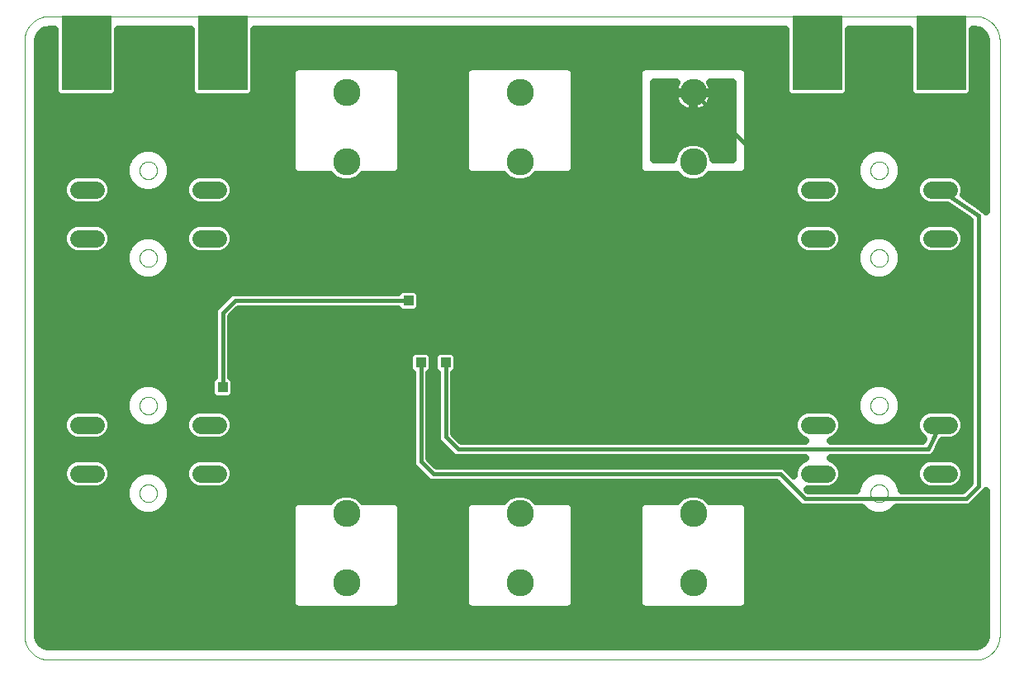
<source format=gtl>
G75*
%MOIN*%
%OFA0B0*%
%FSLAX25Y25*%
%IPPOS*%
%LPD*%
%AMOC8*
5,1,8,0,0,1.08239X$1,22.5*
%
%ADD10C,0.00000*%
%ADD11C,0.10950*%
%ADD12R,0.20000X0.30000*%
%ADD13C,0.07050*%
%ADD14R,0.03962X0.03962*%
%ADD15C,0.01600*%
%ADD16C,0.03200*%
D10*
X0017600Y0007600D02*
X0391301Y0007600D01*
X0391543Y0007603D01*
X0391784Y0007612D01*
X0392025Y0007626D01*
X0392266Y0007647D01*
X0392506Y0007673D01*
X0392746Y0007705D01*
X0392985Y0007743D01*
X0393222Y0007786D01*
X0393459Y0007836D01*
X0393694Y0007891D01*
X0393928Y0007951D01*
X0394160Y0008018D01*
X0394391Y0008089D01*
X0394620Y0008167D01*
X0394847Y0008250D01*
X0395072Y0008338D01*
X0395295Y0008432D01*
X0395515Y0008531D01*
X0395733Y0008636D01*
X0395948Y0008745D01*
X0396161Y0008860D01*
X0396371Y0008980D01*
X0396577Y0009105D01*
X0396781Y0009235D01*
X0396982Y0009370D01*
X0397179Y0009510D01*
X0397373Y0009654D01*
X0397563Y0009803D01*
X0397749Y0009957D01*
X0397932Y0010115D01*
X0398111Y0010277D01*
X0398286Y0010444D01*
X0398457Y0010615D01*
X0398624Y0010790D01*
X0398786Y0010969D01*
X0398944Y0011152D01*
X0399098Y0011338D01*
X0399247Y0011528D01*
X0399391Y0011722D01*
X0399531Y0011919D01*
X0399666Y0012120D01*
X0399796Y0012324D01*
X0399921Y0012530D01*
X0400041Y0012740D01*
X0400156Y0012953D01*
X0400265Y0013168D01*
X0400370Y0013386D01*
X0400469Y0013606D01*
X0400563Y0013829D01*
X0400651Y0014054D01*
X0400734Y0014281D01*
X0400812Y0014510D01*
X0400883Y0014741D01*
X0400950Y0014973D01*
X0401010Y0015207D01*
X0401065Y0015442D01*
X0401115Y0015679D01*
X0401158Y0015916D01*
X0401196Y0016155D01*
X0401228Y0016395D01*
X0401254Y0016635D01*
X0401275Y0016876D01*
X0401289Y0017117D01*
X0401298Y0017358D01*
X0401301Y0017600D01*
X0401301Y0257561D01*
X0401298Y0257803D01*
X0401289Y0258044D01*
X0401275Y0258285D01*
X0401254Y0258526D01*
X0401228Y0258766D01*
X0401196Y0259006D01*
X0401158Y0259245D01*
X0401115Y0259482D01*
X0401065Y0259719D01*
X0401010Y0259954D01*
X0400950Y0260188D01*
X0400883Y0260420D01*
X0400812Y0260651D01*
X0400734Y0260880D01*
X0400651Y0261107D01*
X0400563Y0261332D01*
X0400469Y0261555D01*
X0400370Y0261775D01*
X0400265Y0261993D01*
X0400156Y0262208D01*
X0400041Y0262421D01*
X0399921Y0262631D01*
X0399796Y0262837D01*
X0399666Y0263041D01*
X0399531Y0263242D01*
X0399391Y0263439D01*
X0399247Y0263633D01*
X0399098Y0263823D01*
X0398944Y0264009D01*
X0398786Y0264192D01*
X0398624Y0264371D01*
X0398457Y0264546D01*
X0398286Y0264717D01*
X0398111Y0264884D01*
X0397932Y0265046D01*
X0397749Y0265204D01*
X0397563Y0265358D01*
X0397373Y0265507D01*
X0397179Y0265651D01*
X0396982Y0265791D01*
X0396781Y0265926D01*
X0396577Y0266056D01*
X0396371Y0266181D01*
X0396161Y0266301D01*
X0395948Y0266416D01*
X0395733Y0266525D01*
X0395515Y0266630D01*
X0395295Y0266729D01*
X0395072Y0266823D01*
X0394847Y0266911D01*
X0394620Y0266994D01*
X0394391Y0267072D01*
X0394160Y0267143D01*
X0393928Y0267210D01*
X0393694Y0267270D01*
X0393459Y0267325D01*
X0393222Y0267375D01*
X0392985Y0267418D01*
X0392746Y0267456D01*
X0392506Y0267488D01*
X0392266Y0267514D01*
X0392025Y0267535D01*
X0391784Y0267549D01*
X0391543Y0267558D01*
X0391301Y0267561D01*
X0017600Y0267561D01*
X0017358Y0267558D01*
X0017117Y0267549D01*
X0016876Y0267535D01*
X0016635Y0267514D01*
X0016395Y0267488D01*
X0016155Y0267456D01*
X0015916Y0267418D01*
X0015679Y0267375D01*
X0015442Y0267325D01*
X0015207Y0267270D01*
X0014973Y0267210D01*
X0014741Y0267143D01*
X0014510Y0267072D01*
X0014281Y0266994D01*
X0014054Y0266911D01*
X0013829Y0266823D01*
X0013606Y0266729D01*
X0013386Y0266630D01*
X0013168Y0266525D01*
X0012953Y0266416D01*
X0012740Y0266301D01*
X0012530Y0266181D01*
X0012324Y0266056D01*
X0012120Y0265926D01*
X0011919Y0265791D01*
X0011722Y0265651D01*
X0011528Y0265507D01*
X0011338Y0265358D01*
X0011152Y0265204D01*
X0010969Y0265046D01*
X0010790Y0264884D01*
X0010615Y0264717D01*
X0010444Y0264546D01*
X0010277Y0264371D01*
X0010115Y0264192D01*
X0009957Y0264009D01*
X0009803Y0263823D01*
X0009654Y0263633D01*
X0009510Y0263439D01*
X0009370Y0263242D01*
X0009235Y0263041D01*
X0009105Y0262837D01*
X0008980Y0262631D01*
X0008860Y0262421D01*
X0008745Y0262208D01*
X0008636Y0261993D01*
X0008531Y0261775D01*
X0008432Y0261555D01*
X0008338Y0261332D01*
X0008250Y0261107D01*
X0008167Y0260880D01*
X0008089Y0260651D01*
X0008018Y0260420D01*
X0007951Y0260188D01*
X0007891Y0259954D01*
X0007836Y0259719D01*
X0007786Y0259482D01*
X0007743Y0259245D01*
X0007705Y0259006D01*
X0007673Y0258766D01*
X0007647Y0258526D01*
X0007626Y0258285D01*
X0007612Y0258044D01*
X0007603Y0257803D01*
X0007600Y0257561D01*
X0007600Y0017600D01*
X0007603Y0017358D01*
X0007612Y0017117D01*
X0007626Y0016876D01*
X0007647Y0016635D01*
X0007673Y0016395D01*
X0007705Y0016155D01*
X0007743Y0015916D01*
X0007786Y0015679D01*
X0007836Y0015442D01*
X0007891Y0015207D01*
X0007951Y0014973D01*
X0008018Y0014741D01*
X0008089Y0014510D01*
X0008167Y0014281D01*
X0008250Y0014054D01*
X0008338Y0013829D01*
X0008432Y0013606D01*
X0008531Y0013386D01*
X0008636Y0013168D01*
X0008745Y0012953D01*
X0008860Y0012740D01*
X0008980Y0012530D01*
X0009105Y0012324D01*
X0009235Y0012120D01*
X0009370Y0011919D01*
X0009510Y0011722D01*
X0009654Y0011528D01*
X0009803Y0011338D01*
X0009957Y0011152D01*
X0010115Y0010969D01*
X0010277Y0010790D01*
X0010444Y0010615D01*
X0010615Y0010444D01*
X0010790Y0010277D01*
X0010969Y0010115D01*
X0011152Y0009957D01*
X0011338Y0009803D01*
X0011528Y0009654D01*
X0011722Y0009510D01*
X0011919Y0009370D01*
X0012120Y0009235D01*
X0012324Y0009105D01*
X0012530Y0008980D01*
X0012740Y0008860D01*
X0012953Y0008745D01*
X0013168Y0008636D01*
X0013386Y0008531D01*
X0013606Y0008432D01*
X0013829Y0008338D01*
X0014054Y0008250D01*
X0014281Y0008167D01*
X0014510Y0008089D01*
X0014741Y0008018D01*
X0014973Y0007951D01*
X0015207Y0007891D01*
X0015442Y0007836D01*
X0015679Y0007786D01*
X0015916Y0007743D01*
X0016155Y0007705D01*
X0016395Y0007673D01*
X0016635Y0007647D01*
X0016876Y0007626D01*
X0017117Y0007612D01*
X0017358Y0007603D01*
X0017600Y0007600D01*
X0054050Y0074900D02*
X0054052Y0075019D01*
X0054058Y0075137D01*
X0054068Y0075255D01*
X0054082Y0075373D01*
X0054099Y0075490D01*
X0054121Y0075607D01*
X0054147Y0075723D01*
X0054176Y0075838D01*
X0054209Y0075952D01*
X0054246Y0076064D01*
X0054287Y0076176D01*
X0054332Y0076286D01*
X0054380Y0076394D01*
X0054432Y0076501D01*
X0054487Y0076606D01*
X0054546Y0076709D01*
X0054608Y0076810D01*
X0054673Y0076909D01*
X0054742Y0077006D01*
X0054814Y0077100D01*
X0054889Y0077192D01*
X0054967Y0077281D01*
X0055048Y0077368D01*
X0055132Y0077452D01*
X0055219Y0077533D01*
X0055308Y0077611D01*
X0055400Y0077686D01*
X0055494Y0077758D01*
X0055591Y0077827D01*
X0055690Y0077892D01*
X0055791Y0077954D01*
X0055894Y0078013D01*
X0055999Y0078068D01*
X0056106Y0078120D01*
X0056214Y0078168D01*
X0056324Y0078213D01*
X0056436Y0078254D01*
X0056548Y0078291D01*
X0056662Y0078324D01*
X0056777Y0078353D01*
X0056893Y0078379D01*
X0057010Y0078401D01*
X0057127Y0078418D01*
X0057245Y0078432D01*
X0057363Y0078442D01*
X0057481Y0078448D01*
X0057600Y0078450D01*
X0057719Y0078448D01*
X0057837Y0078442D01*
X0057955Y0078432D01*
X0058073Y0078418D01*
X0058190Y0078401D01*
X0058307Y0078379D01*
X0058423Y0078353D01*
X0058538Y0078324D01*
X0058652Y0078291D01*
X0058764Y0078254D01*
X0058876Y0078213D01*
X0058986Y0078168D01*
X0059094Y0078120D01*
X0059201Y0078068D01*
X0059306Y0078013D01*
X0059409Y0077954D01*
X0059510Y0077892D01*
X0059609Y0077827D01*
X0059706Y0077758D01*
X0059800Y0077686D01*
X0059892Y0077611D01*
X0059981Y0077533D01*
X0060068Y0077452D01*
X0060152Y0077368D01*
X0060233Y0077281D01*
X0060311Y0077192D01*
X0060386Y0077100D01*
X0060458Y0077006D01*
X0060527Y0076909D01*
X0060592Y0076810D01*
X0060654Y0076709D01*
X0060713Y0076606D01*
X0060768Y0076501D01*
X0060820Y0076394D01*
X0060868Y0076286D01*
X0060913Y0076176D01*
X0060954Y0076064D01*
X0060991Y0075952D01*
X0061024Y0075838D01*
X0061053Y0075723D01*
X0061079Y0075607D01*
X0061101Y0075490D01*
X0061118Y0075373D01*
X0061132Y0075255D01*
X0061142Y0075137D01*
X0061148Y0075019D01*
X0061150Y0074900D01*
X0061148Y0074781D01*
X0061142Y0074663D01*
X0061132Y0074545D01*
X0061118Y0074427D01*
X0061101Y0074310D01*
X0061079Y0074193D01*
X0061053Y0074077D01*
X0061024Y0073962D01*
X0060991Y0073848D01*
X0060954Y0073736D01*
X0060913Y0073624D01*
X0060868Y0073514D01*
X0060820Y0073406D01*
X0060768Y0073299D01*
X0060713Y0073194D01*
X0060654Y0073091D01*
X0060592Y0072990D01*
X0060527Y0072891D01*
X0060458Y0072794D01*
X0060386Y0072700D01*
X0060311Y0072608D01*
X0060233Y0072519D01*
X0060152Y0072432D01*
X0060068Y0072348D01*
X0059981Y0072267D01*
X0059892Y0072189D01*
X0059800Y0072114D01*
X0059706Y0072042D01*
X0059609Y0071973D01*
X0059510Y0071908D01*
X0059409Y0071846D01*
X0059306Y0071787D01*
X0059201Y0071732D01*
X0059094Y0071680D01*
X0058986Y0071632D01*
X0058876Y0071587D01*
X0058764Y0071546D01*
X0058652Y0071509D01*
X0058538Y0071476D01*
X0058423Y0071447D01*
X0058307Y0071421D01*
X0058190Y0071399D01*
X0058073Y0071382D01*
X0057955Y0071368D01*
X0057837Y0071358D01*
X0057719Y0071352D01*
X0057600Y0071350D01*
X0057481Y0071352D01*
X0057363Y0071358D01*
X0057245Y0071368D01*
X0057127Y0071382D01*
X0057010Y0071399D01*
X0056893Y0071421D01*
X0056777Y0071447D01*
X0056662Y0071476D01*
X0056548Y0071509D01*
X0056436Y0071546D01*
X0056324Y0071587D01*
X0056214Y0071632D01*
X0056106Y0071680D01*
X0055999Y0071732D01*
X0055894Y0071787D01*
X0055791Y0071846D01*
X0055690Y0071908D01*
X0055591Y0071973D01*
X0055494Y0072042D01*
X0055400Y0072114D01*
X0055308Y0072189D01*
X0055219Y0072267D01*
X0055132Y0072348D01*
X0055048Y0072432D01*
X0054967Y0072519D01*
X0054889Y0072608D01*
X0054814Y0072700D01*
X0054742Y0072794D01*
X0054673Y0072891D01*
X0054608Y0072990D01*
X0054546Y0073091D01*
X0054487Y0073194D01*
X0054432Y0073299D01*
X0054380Y0073406D01*
X0054332Y0073514D01*
X0054287Y0073624D01*
X0054246Y0073736D01*
X0054209Y0073848D01*
X0054176Y0073962D01*
X0054147Y0074077D01*
X0054121Y0074193D01*
X0054099Y0074310D01*
X0054082Y0074427D01*
X0054068Y0074545D01*
X0054058Y0074663D01*
X0054052Y0074781D01*
X0054050Y0074900D01*
X0054050Y0110300D02*
X0054052Y0110419D01*
X0054058Y0110537D01*
X0054068Y0110655D01*
X0054082Y0110773D01*
X0054099Y0110890D01*
X0054121Y0111007D01*
X0054147Y0111123D01*
X0054176Y0111238D01*
X0054209Y0111352D01*
X0054246Y0111464D01*
X0054287Y0111576D01*
X0054332Y0111686D01*
X0054380Y0111794D01*
X0054432Y0111901D01*
X0054487Y0112006D01*
X0054546Y0112109D01*
X0054608Y0112210D01*
X0054673Y0112309D01*
X0054742Y0112406D01*
X0054814Y0112500D01*
X0054889Y0112592D01*
X0054967Y0112681D01*
X0055048Y0112768D01*
X0055132Y0112852D01*
X0055219Y0112933D01*
X0055308Y0113011D01*
X0055400Y0113086D01*
X0055494Y0113158D01*
X0055591Y0113227D01*
X0055690Y0113292D01*
X0055791Y0113354D01*
X0055894Y0113413D01*
X0055999Y0113468D01*
X0056106Y0113520D01*
X0056214Y0113568D01*
X0056324Y0113613D01*
X0056436Y0113654D01*
X0056548Y0113691D01*
X0056662Y0113724D01*
X0056777Y0113753D01*
X0056893Y0113779D01*
X0057010Y0113801D01*
X0057127Y0113818D01*
X0057245Y0113832D01*
X0057363Y0113842D01*
X0057481Y0113848D01*
X0057600Y0113850D01*
X0057719Y0113848D01*
X0057837Y0113842D01*
X0057955Y0113832D01*
X0058073Y0113818D01*
X0058190Y0113801D01*
X0058307Y0113779D01*
X0058423Y0113753D01*
X0058538Y0113724D01*
X0058652Y0113691D01*
X0058764Y0113654D01*
X0058876Y0113613D01*
X0058986Y0113568D01*
X0059094Y0113520D01*
X0059201Y0113468D01*
X0059306Y0113413D01*
X0059409Y0113354D01*
X0059510Y0113292D01*
X0059609Y0113227D01*
X0059706Y0113158D01*
X0059800Y0113086D01*
X0059892Y0113011D01*
X0059981Y0112933D01*
X0060068Y0112852D01*
X0060152Y0112768D01*
X0060233Y0112681D01*
X0060311Y0112592D01*
X0060386Y0112500D01*
X0060458Y0112406D01*
X0060527Y0112309D01*
X0060592Y0112210D01*
X0060654Y0112109D01*
X0060713Y0112006D01*
X0060768Y0111901D01*
X0060820Y0111794D01*
X0060868Y0111686D01*
X0060913Y0111576D01*
X0060954Y0111464D01*
X0060991Y0111352D01*
X0061024Y0111238D01*
X0061053Y0111123D01*
X0061079Y0111007D01*
X0061101Y0110890D01*
X0061118Y0110773D01*
X0061132Y0110655D01*
X0061142Y0110537D01*
X0061148Y0110419D01*
X0061150Y0110300D01*
X0061148Y0110181D01*
X0061142Y0110063D01*
X0061132Y0109945D01*
X0061118Y0109827D01*
X0061101Y0109710D01*
X0061079Y0109593D01*
X0061053Y0109477D01*
X0061024Y0109362D01*
X0060991Y0109248D01*
X0060954Y0109136D01*
X0060913Y0109024D01*
X0060868Y0108914D01*
X0060820Y0108806D01*
X0060768Y0108699D01*
X0060713Y0108594D01*
X0060654Y0108491D01*
X0060592Y0108390D01*
X0060527Y0108291D01*
X0060458Y0108194D01*
X0060386Y0108100D01*
X0060311Y0108008D01*
X0060233Y0107919D01*
X0060152Y0107832D01*
X0060068Y0107748D01*
X0059981Y0107667D01*
X0059892Y0107589D01*
X0059800Y0107514D01*
X0059706Y0107442D01*
X0059609Y0107373D01*
X0059510Y0107308D01*
X0059409Y0107246D01*
X0059306Y0107187D01*
X0059201Y0107132D01*
X0059094Y0107080D01*
X0058986Y0107032D01*
X0058876Y0106987D01*
X0058764Y0106946D01*
X0058652Y0106909D01*
X0058538Y0106876D01*
X0058423Y0106847D01*
X0058307Y0106821D01*
X0058190Y0106799D01*
X0058073Y0106782D01*
X0057955Y0106768D01*
X0057837Y0106758D01*
X0057719Y0106752D01*
X0057600Y0106750D01*
X0057481Y0106752D01*
X0057363Y0106758D01*
X0057245Y0106768D01*
X0057127Y0106782D01*
X0057010Y0106799D01*
X0056893Y0106821D01*
X0056777Y0106847D01*
X0056662Y0106876D01*
X0056548Y0106909D01*
X0056436Y0106946D01*
X0056324Y0106987D01*
X0056214Y0107032D01*
X0056106Y0107080D01*
X0055999Y0107132D01*
X0055894Y0107187D01*
X0055791Y0107246D01*
X0055690Y0107308D01*
X0055591Y0107373D01*
X0055494Y0107442D01*
X0055400Y0107514D01*
X0055308Y0107589D01*
X0055219Y0107667D01*
X0055132Y0107748D01*
X0055048Y0107832D01*
X0054967Y0107919D01*
X0054889Y0108008D01*
X0054814Y0108100D01*
X0054742Y0108194D01*
X0054673Y0108291D01*
X0054608Y0108390D01*
X0054546Y0108491D01*
X0054487Y0108594D01*
X0054432Y0108699D01*
X0054380Y0108806D01*
X0054332Y0108914D01*
X0054287Y0109024D01*
X0054246Y0109136D01*
X0054209Y0109248D01*
X0054176Y0109362D01*
X0054147Y0109477D01*
X0054121Y0109593D01*
X0054099Y0109710D01*
X0054082Y0109827D01*
X0054068Y0109945D01*
X0054058Y0110063D01*
X0054052Y0110181D01*
X0054050Y0110300D01*
X0054050Y0169900D02*
X0054052Y0170019D01*
X0054058Y0170137D01*
X0054068Y0170255D01*
X0054082Y0170373D01*
X0054099Y0170490D01*
X0054121Y0170607D01*
X0054147Y0170723D01*
X0054176Y0170838D01*
X0054209Y0170952D01*
X0054246Y0171064D01*
X0054287Y0171176D01*
X0054332Y0171286D01*
X0054380Y0171394D01*
X0054432Y0171501D01*
X0054487Y0171606D01*
X0054546Y0171709D01*
X0054608Y0171810D01*
X0054673Y0171909D01*
X0054742Y0172006D01*
X0054814Y0172100D01*
X0054889Y0172192D01*
X0054967Y0172281D01*
X0055048Y0172368D01*
X0055132Y0172452D01*
X0055219Y0172533D01*
X0055308Y0172611D01*
X0055400Y0172686D01*
X0055494Y0172758D01*
X0055591Y0172827D01*
X0055690Y0172892D01*
X0055791Y0172954D01*
X0055894Y0173013D01*
X0055999Y0173068D01*
X0056106Y0173120D01*
X0056214Y0173168D01*
X0056324Y0173213D01*
X0056436Y0173254D01*
X0056548Y0173291D01*
X0056662Y0173324D01*
X0056777Y0173353D01*
X0056893Y0173379D01*
X0057010Y0173401D01*
X0057127Y0173418D01*
X0057245Y0173432D01*
X0057363Y0173442D01*
X0057481Y0173448D01*
X0057600Y0173450D01*
X0057719Y0173448D01*
X0057837Y0173442D01*
X0057955Y0173432D01*
X0058073Y0173418D01*
X0058190Y0173401D01*
X0058307Y0173379D01*
X0058423Y0173353D01*
X0058538Y0173324D01*
X0058652Y0173291D01*
X0058764Y0173254D01*
X0058876Y0173213D01*
X0058986Y0173168D01*
X0059094Y0173120D01*
X0059201Y0173068D01*
X0059306Y0173013D01*
X0059409Y0172954D01*
X0059510Y0172892D01*
X0059609Y0172827D01*
X0059706Y0172758D01*
X0059800Y0172686D01*
X0059892Y0172611D01*
X0059981Y0172533D01*
X0060068Y0172452D01*
X0060152Y0172368D01*
X0060233Y0172281D01*
X0060311Y0172192D01*
X0060386Y0172100D01*
X0060458Y0172006D01*
X0060527Y0171909D01*
X0060592Y0171810D01*
X0060654Y0171709D01*
X0060713Y0171606D01*
X0060768Y0171501D01*
X0060820Y0171394D01*
X0060868Y0171286D01*
X0060913Y0171176D01*
X0060954Y0171064D01*
X0060991Y0170952D01*
X0061024Y0170838D01*
X0061053Y0170723D01*
X0061079Y0170607D01*
X0061101Y0170490D01*
X0061118Y0170373D01*
X0061132Y0170255D01*
X0061142Y0170137D01*
X0061148Y0170019D01*
X0061150Y0169900D01*
X0061148Y0169781D01*
X0061142Y0169663D01*
X0061132Y0169545D01*
X0061118Y0169427D01*
X0061101Y0169310D01*
X0061079Y0169193D01*
X0061053Y0169077D01*
X0061024Y0168962D01*
X0060991Y0168848D01*
X0060954Y0168736D01*
X0060913Y0168624D01*
X0060868Y0168514D01*
X0060820Y0168406D01*
X0060768Y0168299D01*
X0060713Y0168194D01*
X0060654Y0168091D01*
X0060592Y0167990D01*
X0060527Y0167891D01*
X0060458Y0167794D01*
X0060386Y0167700D01*
X0060311Y0167608D01*
X0060233Y0167519D01*
X0060152Y0167432D01*
X0060068Y0167348D01*
X0059981Y0167267D01*
X0059892Y0167189D01*
X0059800Y0167114D01*
X0059706Y0167042D01*
X0059609Y0166973D01*
X0059510Y0166908D01*
X0059409Y0166846D01*
X0059306Y0166787D01*
X0059201Y0166732D01*
X0059094Y0166680D01*
X0058986Y0166632D01*
X0058876Y0166587D01*
X0058764Y0166546D01*
X0058652Y0166509D01*
X0058538Y0166476D01*
X0058423Y0166447D01*
X0058307Y0166421D01*
X0058190Y0166399D01*
X0058073Y0166382D01*
X0057955Y0166368D01*
X0057837Y0166358D01*
X0057719Y0166352D01*
X0057600Y0166350D01*
X0057481Y0166352D01*
X0057363Y0166358D01*
X0057245Y0166368D01*
X0057127Y0166382D01*
X0057010Y0166399D01*
X0056893Y0166421D01*
X0056777Y0166447D01*
X0056662Y0166476D01*
X0056548Y0166509D01*
X0056436Y0166546D01*
X0056324Y0166587D01*
X0056214Y0166632D01*
X0056106Y0166680D01*
X0055999Y0166732D01*
X0055894Y0166787D01*
X0055791Y0166846D01*
X0055690Y0166908D01*
X0055591Y0166973D01*
X0055494Y0167042D01*
X0055400Y0167114D01*
X0055308Y0167189D01*
X0055219Y0167267D01*
X0055132Y0167348D01*
X0055048Y0167432D01*
X0054967Y0167519D01*
X0054889Y0167608D01*
X0054814Y0167700D01*
X0054742Y0167794D01*
X0054673Y0167891D01*
X0054608Y0167990D01*
X0054546Y0168091D01*
X0054487Y0168194D01*
X0054432Y0168299D01*
X0054380Y0168406D01*
X0054332Y0168514D01*
X0054287Y0168624D01*
X0054246Y0168736D01*
X0054209Y0168848D01*
X0054176Y0168962D01*
X0054147Y0169077D01*
X0054121Y0169193D01*
X0054099Y0169310D01*
X0054082Y0169427D01*
X0054068Y0169545D01*
X0054058Y0169663D01*
X0054052Y0169781D01*
X0054050Y0169900D01*
X0054050Y0205300D02*
X0054052Y0205419D01*
X0054058Y0205537D01*
X0054068Y0205655D01*
X0054082Y0205773D01*
X0054099Y0205890D01*
X0054121Y0206007D01*
X0054147Y0206123D01*
X0054176Y0206238D01*
X0054209Y0206352D01*
X0054246Y0206464D01*
X0054287Y0206576D01*
X0054332Y0206686D01*
X0054380Y0206794D01*
X0054432Y0206901D01*
X0054487Y0207006D01*
X0054546Y0207109D01*
X0054608Y0207210D01*
X0054673Y0207309D01*
X0054742Y0207406D01*
X0054814Y0207500D01*
X0054889Y0207592D01*
X0054967Y0207681D01*
X0055048Y0207768D01*
X0055132Y0207852D01*
X0055219Y0207933D01*
X0055308Y0208011D01*
X0055400Y0208086D01*
X0055494Y0208158D01*
X0055591Y0208227D01*
X0055690Y0208292D01*
X0055791Y0208354D01*
X0055894Y0208413D01*
X0055999Y0208468D01*
X0056106Y0208520D01*
X0056214Y0208568D01*
X0056324Y0208613D01*
X0056436Y0208654D01*
X0056548Y0208691D01*
X0056662Y0208724D01*
X0056777Y0208753D01*
X0056893Y0208779D01*
X0057010Y0208801D01*
X0057127Y0208818D01*
X0057245Y0208832D01*
X0057363Y0208842D01*
X0057481Y0208848D01*
X0057600Y0208850D01*
X0057719Y0208848D01*
X0057837Y0208842D01*
X0057955Y0208832D01*
X0058073Y0208818D01*
X0058190Y0208801D01*
X0058307Y0208779D01*
X0058423Y0208753D01*
X0058538Y0208724D01*
X0058652Y0208691D01*
X0058764Y0208654D01*
X0058876Y0208613D01*
X0058986Y0208568D01*
X0059094Y0208520D01*
X0059201Y0208468D01*
X0059306Y0208413D01*
X0059409Y0208354D01*
X0059510Y0208292D01*
X0059609Y0208227D01*
X0059706Y0208158D01*
X0059800Y0208086D01*
X0059892Y0208011D01*
X0059981Y0207933D01*
X0060068Y0207852D01*
X0060152Y0207768D01*
X0060233Y0207681D01*
X0060311Y0207592D01*
X0060386Y0207500D01*
X0060458Y0207406D01*
X0060527Y0207309D01*
X0060592Y0207210D01*
X0060654Y0207109D01*
X0060713Y0207006D01*
X0060768Y0206901D01*
X0060820Y0206794D01*
X0060868Y0206686D01*
X0060913Y0206576D01*
X0060954Y0206464D01*
X0060991Y0206352D01*
X0061024Y0206238D01*
X0061053Y0206123D01*
X0061079Y0206007D01*
X0061101Y0205890D01*
X0061118Y0205773D01*
X0061132Y0205655D01*
X0061142Y0205537D01*
X0061148Y0205419D01*
X0061150Y0205300D01*
X0061148Y0205181D01*
X0061142Y0205063D01*
X0061132Y0204945D01*
X0061118Y0204827D01*
X0061101Y0204710D01*
X0061079Y0204593D01*
X0061053Y0204477D01*
X0061024Y0204362D01*
X0060991Y0204248D01*
X0060954Y0204136D01*
X0060913Y0204024D01*
X0060868Y0203914D01*
X0060820Y0203806D01*
X0060768Y0203699D01*
X0060713Y0203594D01*
X0060654Y0203491D01*
X0060592Y0203390D01*
X0060527Y0203291D01*
X0060458Y0203194D01*
X0060386Y0203100D01*
X0060311Y0203008D01*
X0060233Y0202919D01*
X0060152Y0202832D01*
X0060068Y0202748D01*
X0059981Y0202667D01*
X0059892Y0202589D01*
X0059800Y0202514D01*
X0059706Y0202442D01*
X0059609Y0202373D01*
X0059510Y0202308D01*
X0059409Y0202246D01*
X0059306Y0202187D01*
X0059201Y0202132D01*
X0059094Y0202080D01*
X0058986Y0202032D01*
X0058876Y0201987D01*
X0058764Y0201946D01*
X0058652Y0201909D01*
X0058538Y0201876D01*
X0058423Y0201847D01*
X0058307Y0201821D01*
X0058190Y0201799D01*
X0058073Y0201782D01*
X0057955Y0201768D01*
X0057837Y0201758D01*
X0057719Y0201752D01*
X0057600Y0201750D01*
X0057481Y0201752D01*
X0057363Y0201758D01*
X0057245Y0201768D01*
X0057127Y0201782D01*
X0057010Y0201799D01*
X0056893Y0201821D01*
X0056777Y0201847D01*
X0056662Y0201876D01*
X0056548Y0201909D01*
X0056436Y0201946D01*
X0056324Y0201987D01*
X0056214Y0202032D01*
X0056106Y0202080D01*
X0055999Y0202132D01*
X0055894Y0202187D01*
X0055791Y0202246D01*
X0055690Y0202308D01*
X0055591Y0202373D01*
X0055494Y0202442D01*
X0055400Y0202514D01*
X0055308Y0202589D01*
X0055219Y0202667D01*
X0055132Y0202748D01*
X0055048Y0202832D01*
X0054967Y0202919D01*
X0054889Y0203008D01*
X0054814Y0203100D01*
X0054742Y0203194D01*
X0054673Y0203291D01*
X0054608Y0203390D01*
X0054546Y0203491D01*
X0054487Y0203594D01*
X0054432Y0203699D01*
X0054380Y0203806D01*
X0054332Y0203914D01*
X0054287Y0204024D01*
X0054246Y0204136D01*
X0054209Y0204248D01*
X0054176Y0204362D01*
X0054147Y0204477D01*
X0054121Y0204593D01*
X0054099Y0204710D01*
X0054082Y0204827D01*
X0054068Y0204945D01*
X0054058Y0205063D01*
X0054052Y0205181D01*
X0054050Y0205300D01*
X0349050Y0205300D02*
X0349052Y0205419D01*
X0349058Y0205537D01*
X0349068Y0205655D01*
X0349082Y0205773D01*
X0349099Y0205890D01*
X0349121Y0206007D01*
X0349147Y0206123D01*
X0349176Y0206238D01*
X0349209Y0206352D01*
X0349246Y0206464D01*
X0349287Y0206576D01*
X0349332Y0206686D01*
X0349380Y0206794D01*
X0349432Y0206901D01*
X0349487Y0207006D01*
X0349546Y0207109D01*
X0349608Y0207210D01*
X0349673Y0207309D01*
X0349742Y0207406D01*
X0349814Y0207500D01*
X0349889Y0207592D01*
X0349967Y0207681D01*
X0350048Y0207768D01*
X0350132Y0207852D01*
X0350219Y0207933D01*
X0350308Y0208011D01*
X0350400Y0208086D01*
X0350494Y0208158D01*
X0350591Y0208227D01*
X0350690Y0208292D01*
X0350791Y0208354D01*
X0350894Y0208413D01*
X0350999Y0208468D01*
X0351106Y0208520D01*
X0351214Y0208568D01*
X0351324Y0208613D01*
X0351436Y0208654D01*
X0351548Y0208691D01*
X0351662Y0208724D01*
X0351777Y0208753D01*
X0351893Y0208779D01*
X0352010Y0208801D01*
X0352127Y0208818D01*
X0352245Y0208832D01*
X0352363Y0208842D01*
X0352481Y0208848D01*
X0352600Y0208850D01*
X0352719Y0208848D01*
X0352837Y0208842D01*
X0352955Y0208832D01*
X0353073Y0208818D01*
X0353190Y0208801D01*
X0353307Y0208779D01*
X0353423Y0208753D01*
X0353538Y0208724D01*
X0353652Y0208691D01*
X0353764Y0208654D01*
X0353876Y0208613D01*
X0353986Y0208568D01*
X0354094Y0208520D01*
X0354201Y0208468D01*
X0354306Y0208413D01*
X0354409Y0208354D01*
X0354510Y0208292D01*
X0354609Y0208227D01*
X0354706Y0208158D01*
X0354800Y0208086D01*
X0354892Y0208011D01*
X0354981Y0207933D01*
X0355068Y0207852D01*
X0355152Y0207768D01*
X0355233Y0207681D01*
X0355311Y0207592D01*
X0355386Y0207500D01*
X0355458Y0207406D01*
X0355527Y0207309D01*
X0355592Y0207210D01*
X0355654Y0207109D01*
X0355713Y0207006D01*
X0355768Y0206901D01*
X0355820Y0206794D01*
X0355868Y0206686D01*
X0355913Y0206576D01*
X0355954Y0206464D01*
X0355991Y0206352D01*
X0356024Y0206238D01*
X0356053Y0206123D01*
X0356079Y0206007D01*
X0356101Y0205890D01*
X0356118Y0205773D01*
X0356132Y0205655D01*
X0356142Y0205537D01*
X0356148Y0205419D01*
X0356150Y0205300D01*
X0356148Y0205181D01*
X0356142Y0205063D01*
X0356132Y0204945D01*
X0356118Y0204827D01*
X0356101Y0204710D01*
X0356079Y0204593D01*
X0356053Y0204477D01*
X0356024Y0204362D01*
X0355991Y0204248D01*
X0355954Y0204136D01*
X0355913Y0204024D01*
X0355868Y0203914D01*
X0355820Y0203806D01*
X0355768Y0203699D01*
X0355713Y0203594D01*
X0355654Y0203491D01*
X0355592Y0203390D01*
X0355527Y0203291D01*
X0355458Y0203194D01*
X0355386Y0203100D01*
X0355311Y0203008D01*
X0355233Y0202919D01*
X0355152Y0202832D01*
X0355068Y0202748D01*
X0354981Y0202667D01*
X0354892Y0202589D01*
X0354800Y0202514D01*
X0354706Y0202442D01*
X0354609Y0202373D01*
X0354510Y0202308D01*
X0354409Y0202246D01*
X0354306Y0202187D01*
X0354201Y0202132D01*
X0354094Y0202080D01*
X0353986Y0202032D01*
X0353876Y0201987D01*
X0353764Y0201946D01*
X0353652Y0201909D01*
X0353538Y0201876D01*
X0353423Y0201847D01*
X0353307Y0201821D01*
X0353190Y0201799D01*
X0353073Y0201782D01*
X0352955Y0201768D01*
X0352837Y0201758D01*
X0352719Y0201752D01*
X0352600Y0201750D01*
X0352481Y0201752D01*
X0352363Y0201758D01*
X0352245Y0201768D01*
X0352127Y0201782D01*
X0352010Y0201799D01*
X0351893Y0201821D01*
X0351777Y0201847D01*
X0351662Y0201876D01*
X0351548Y0201909D01*
X0351436Y0201946D01*
X0351324Y0201987D01*
X0351214Y0202032D01*
X0351106Y0202080D01*
X0350999Y0202132D01*
X0350894Y0202187D01*
X0350791Y0202246D01*
X0350690Y0202308D01*
X0350591Y0202373D01*
X0350494Y0202442D01*
X0350400Y0202514D01*
X0350308Y0202589D01*
X0350219Y0202667D01*
X0350132Y0202748D01*
X0350048Y0202832D01*
X0349967Y0202919D01*
X0349889Y0203008D01*
X0349814Y0203100D01*
X0349742Y0203194D01*
X0349673Y0203291D01*
X0349608Y0203390D01*
X0349546Y0203491D01*
X0349487Y0203594D01*
X0349432Y0203699D01*
X0349380Y0203806D01*
X0349332Y0203914D01*
X0349287Y0204024D01*
X0349246Y0204136D01*
X0349209Y0204248D01*
X0349176Y0204362D01*
X0349147Y0204477D01*
X0349121Y0204593D01*
X0349099Y0204710D01*
X0349082Y0204827D01*
X0349068Y0204945D01*
X0349058Y0205063D01*
X0349052Y0205181D01*
X0349050Y0205300D01*
X0349050Y0169900D02*
X0349052Y0170019D01*
X0349058Y0170137D01*
X0349068Y0170255D01*
X0349082Y0170373D01*
X0349099Y0170490D01*
X0349121Y0170607D01*
X0349147Y0170723D01*
X0349176Y0170838D01*
X0349209Y0170952D01*
X0349246Y0171064D01*
X0349287Y0171176D01*
X0349332Y0171286D01*
X0349380Y0171394D01*
X0349432Y0171501D01*
X0349487Y0171606D01*
X0349546Y0171709D01*
X0349608Y0171810D01*
X0349673Y0171909D01*
X0349742Y0172006D01*
X0349814Y0172100D01*
X0349889Y0172192D01*
X0349967Y0172281D01*
X0350048Y0172368D01*
X0350132Y0172452D01*
X0350219Y0172533D01*
X0350308Y0172611D01*
X0350400Y0172686D01*
X0350494Y0172758D01*
X0350591Y0172827D01*
X0350690Y0172892D01*
X0350791Y0172954D01*
X0350894Y0173013D01*
X0350999Y0173068D01*
X0351106Y0173120D01*
X0351214Y0173168D01*
X0351324Y0173213D01*
X0351436Y0173254D01*
X0351548Y0173291D01*
X0351662Y0173324D01*
X0351777Y0173353D01*
X0351893Y0173379D01*
X0352010Y0173401D01*
X0352127Y0173418D01*
X0352245Y0173432D01*
X0352363Y0173442D01*
X0352481Y0173448D01*
X0352600Y0173450D01*
X0352719Y0173448D01*
X0352837Y0173442D01*
X0352955Y0173432D01*
X0353073Y0173418D01*
X0353190Y0173401D01*
X0353307Y0173379D01*
X0353423Y0173353D01*
X0353538Y0173324D01*
X0353652Y0173291D01*
X0353764Y0173254D01*
X0353876Y0173213D01*
X0353986Y0173168D01*
X0354094Y0173120D01*
X0354201Y0173068D01*
X0354306Y0173013D01*
X0354409Y0172954D01*
X0354510Y0172892D01*
X0354609Y0172827D01*
X0354706Y0172758D01*
X0354800Y0172686D01*
X0354892Y0172611D01*
X0354981Y0172533D01*
X0355068Y0172452D01*
X0355152Y0172368D01*
X0355233Y0172281D01*
X0355311Y0172192D01*
X0355386Y0172100D01*
X0355458Y0172006D01*
X0355527Y0171909D01*
X0355592Y0171810D01*
X0355654Y0171709D01*
X0355713Y0171606D01*
X0355768Y0171501D01*
X0355820Y0171394D01*
X0355868Y0171286D01*
X0355913Y0171176D01*
X0355954Y0171064D01*
X0355991Y0170952D01*
X0356024Y0170838D01*
X0356053Y0170723D01*
X0356079Y0170607D01*
X0356101Y0170490D01*
X0356118Y0170373D01*
X0356132Y0170255D01*
X0356142Y0170137D01*
X0356148Y0170019D01*
X0356150Y0169900D01*
X0356148Y0169781D01*
X0356142Y0169663D01*
X0356132Y0169545D01*
X0356118Y0169427D01*
X0356101Y0169310D01*
X0356079Y0169193D01*
X0356053Y0169077D01*
X0356024Y0168962D01*
X0355991Y0168848D01*
X0355954Y0168736D01*
X0355913Y0168624D01*
X0355868Y0168514D01*
X0355820Y0168406D01*
X0355768Y0168299D01*
X0355713Y0168194D01*
X0355654Y0168091D01*
X0355592Y0167990D01*
X0355527Y0167891D01*
X0355458Y0167794D01*
X0355386Y0167700D01*
X0355311Y0167608D01*
X0355233Y0167519D01*
X0355152Y0167432D01*
X0355068Y0167348D01*
X0354981Y0167267D01*
X0354892Y0167189D01*
X0354800Y0167114D01*
X0354706Y0167042D01*
X0354609Y0166973D01*
X0354510Y0166908D01*
X0354409Y0166846D01*
X0354306Y0166787D01*
X0354201Y0166732D01*
X0354094Y0166680D01*
X0353986Y0166632D01*
X0353876Y0166587D01*
X0353764Y0166546D01*
X0353652Y0166509D01*
X0353538Y0166476D01*
X0353423Y0166447D01*
X0353307Y0166421D01*
X0353190Y0166399D01*
X0353073Y0166382D01*
X0352955Y0166368D01*
X0352837Y0166358D01*
X0352719Y0166352D01*
X0352600Y0166350D01*
X0352481Y0166352D01*
X0352363Y0166358D01*
X0352245Y0166368D01*
X0352127Y0166382D01*
X0352010Y0166399D01*
X0351893Y0166421D01*
X0351777Y0166447D01*
X0351662Y0166476D01*
X0351548Y0166509D01*
X0351436Y0166546D01*
X0351324Y0166587D01*
X0351214Y0166632D01*
X0351106Y0166680D01*
X0350999Y0166732D01*
X0350894Y0166787D01*
X0350791Y0166846D01*
X0350690Y0166908D01*
X0350591Y0166973D01*
X0350494Y0167042D01*
X0350400Y0167114D01*
X0350308Y0167189D01*
X0350219Y0167267D01*
X0350132Y0167348D01*
X0350048Y0167432D01*
X0349967Y0167519D01*
X0349889Y0167608D01*
X0349814Y0167700D01*
X0349742Y0167794D01*
X0349673Y0167891D01*
X0349608Y0167990D01*
X0349546Y0168091D01*
X0349487Y0168194D01*
X0349432Y0168299D01*
X0349380Y0168406D01*
X0349332Y0168514D01*
X0349287Y0168624D01*
X0349246Y0168736D01*
X0349209Y0168848D01*
X0349176Y0168962D01*
X0349147Y0169077D01*
X0349121Y0169193D01*
X0349099Y0169310D01*
X0349082Y0169427D01*
X0349068Y0169545D01*
X0349058Y0169663D01*
X0349052Y0169781D01*
X0349050Y0169900D01*
X0349050Y0110300D02*
X0349052Y0110419D01*
X0349058Y0110537D01*
X0349068Y0110655D01*
X0349082Y0110773D01*
X0349099Y0110890D01*
X0349121Y0111007D01*
X0349147Y0111123D01*
X0349176Y0111238D01*
X0349209Y0111352D01*
X0349246Y0111464D01*
X0349287Y0111576D01*
X0349332Y0111686D01*
X0349380Y0111794D01*
X0349432Y0111901D01*
X0349487Y0112006D01*
X0349546Y0112109D01*
X0349608Y0112210D01*
X0349673Y0112309D01*
X0349742Y0112406D01*
X0349814Y0112500D01*
X0349889Y0112592D01*
X0349967Y0112681D01*
X0350048Y0112768D01*
X0350132Y0112852D01*
X0350219Y0112933D01*
X0350308Y0113011D01*
X0350400Y0113086D01*
X0350494Y0113158D01*
X0350591Y0113227D01*
X0350690Y0113292D01*
X0350791Y0113354D01*
X0350894Y0113413D01*
X0350999Y0113468D01*
X0351106Y0113520D01*
X0351214Y0113568D01*
X0351324Y0113613D01*
X0351436Y0113654D01*
X0351548Y0113691D01*
X0351662Y0113724D01*
X0351777Y0113753D01*
X0351893Y0113779D01*
X0352010Y0113801D01*
X0352127Y0113818D01*
X0352245Y0113832D01*
X0352363Y0113842D01*
X0352481Y0113848D01*
X0352600Y0113850D01*
X0352719Y0113848D01*
X0352837Y0113842D01*
X0352955Y0113832D01*
X0353073Y0113818D01*
X0353190Y0113801D01*
X0353307Y0113779D01*
X0353423Y0113753D01*
X0353538Y0113724D01*
X0353652Y0113691D01*
X0353764Y0113654D01*
X0353876Y0113613D01*
X0353986Y0113568D01*
X0354094Y0113520D01*
X0354201Y0113468D01*
X0354306Y0113413D01*
X0354409Y0113354D01*
X0354510Y0113292D01*
X0354609Y0113227D01*
X0354706Y0113158D01*
X0354800Y0113086D01*
X0354892Y0113011D01*
X0354981Y0112933D01*
X0355068Y0112852D01*
X0355152Y0112768D01*
X0355233Y0112681D01*
X0355311Y0112592D01*
X0355386Y0112500D01*
X0355458Y0112406D01*
X0355527Y0112309D01*
X0355592Y0112210D01*
X0355654Y0112109D01*
X0355713Y0112006D01*
X0355768Y0111901D01*
X0355820Y0111794D01*
X0355868Y0111686D01*
X0355913Y0111576D01*
X0355954Y0111464D01*
X0355991Y0111352D01*
X0356024Y0111238D01*
X0356053Y0111123D01*
X0356079Y0111007D01*
X0356101Y0110890D01*
X0356118Y0110773D01*
X0356132Y0110655D01*
X0356142Y0110537D01*
X0356148Y0110419D01*
X0356150Y0110300D01*
X0356148Y0110181D01*
X0356142Y0110063D01*
X0356132Y0109945D01*
X0356118Y0109827D01*
X0356101Y0109710D01*
X0356079Y0109593D01*
X0356053Y0109477D01*
X0356024Y0109362D01*
X0355991Y0109248D01*
X0355954Y0109136D01*
X0355913Y0109024D01*
X0355868Y0108914D01*
X0355820Y0108806D01*
X0355768Y0108699D01*
X0355713Y0108594D01*
X0355654Y0108491D01*
X0355592Y0108390D01*
X0355527Y0108291D01*
X0355458Y0108194D01*
X0355386Y0108100D01*
X0355311Y0108008D01*
X0355233Y0107919D01*
X0355152Y0107832D01*
X0355068Y0107748D01*
X0354981Y0107667D01*
X0354892Y0107589D01*
X0354800Y0107514D01*
X0354706Y0107442D01*
X0354609Y0107373D01*
X0354510Y0107308D01*
X0354409Y0107246D01*
X0354306Y0107187D01*
X0354201Y0107132D01*
X0354094Y0107080D01*
X0353986Y0107032D01*
X0353876Y0106987D01*
X0353764Y0106946D01*
X0353652Y0106909D01*
X0353538Y0106876D01*
X0353423Y0106847D01*
X0353307Y0106821D01*
X0353190Y0106799D01*
X0353073Y0106782D01*
X0352955Y0106768D01*
X0352837Y0106758D01*
X0352719Y0106752D01*
X0352600Y0106750D01*
X0352481Y0106752D01*
X0352363Y0106758D01*
X0352245Y0106768D01*
X0352127Y0106782D01*
X0352010Y0106799D01*
X0351893Y0106821D01*
X0351777Y0106847D01*
X0351662Y0106876D01*
X0351548Y0106909D01*
X0351436Y0106946D01*
X0351324Y0106987D01*
X0351214Y0107032D01*
X0351106Y0107080D01*
X0350999Y0107132D01*
X0350894Y0107187D01*
X0350791Y0107246D01*
X0350690Y0107308D01*
X0350591Y0107373D01*
X0350494Y0107442D01*
X0350400Y0107514D01*
X0350308Y0107589D01*
X0350219Y0107667D01*
X0350132Y0107748D01*
X0350048Y0107832D01*
X0349967Y0107919D01*
X0349889Y0108008D01*
X0349814Y0108100D01*
X0349742Y0108194D01*
X0349673Y0108291D01*
X0349608Y0108390D01*
X0349546Y0108491D01*
X0349487Y0108594D01*
X0349432Y0108699D01*
X0349380Y0108806D01*
X0349332Y0108914D01*
X0349287Y0109024D01*
X0349246Y0109136D01*
X0349209Y0109248D01*
X0349176Y0109362D01*
X0349147Y0109477D01*
X0349121Y0109593D01*
X0349099Y0109710D01*
X0349082Y0109827D01*
X0349068Y0109945D01*
X0349058Y0110063D01*
X0349052Y0110181D01*
X0349050Y0110300D01*
X0349050Y0074900D02*
X0349052Y0075019D01*
X0349058Y0075137D01*
X0349068Y0075255D01*
X0349082Y0075373D01*
X0349099Y0075490D01*
X0349121Y0075607D01*
X0349147Y0075723D01*
X0349176Y0075838D01*
X0349209Y0075952D01*
X0349246Y0076064D01*
X0349287Y0076176D01*
X0349332Y0076286D01*
X0349380Y0076394D01*
X0349432Y0076501D01*
X0349487Y0076606D01*
X0349546Y0076709D01*
X0349608Y0076810D01*
X0349673Y0076909D01*
X0349742Y0077006D01*
X0349814Y0077100D01*
X0349889Y0077192D01*
X0349967Y0077281D01*
X0350048Y0077368D01*
X0350132Y0077452D01*
X0350219Y0077533D01*
X0350308Y0077611D01*
X0350400Y0077686D01*
X0350494Y0077758D01*
X0350591Y0077827D01*
X0350690Y0077892D01*
X0350791Y0077954D01*
X0350894Y0078013D01*
X0350999Y0078068D01*
X0351106Y0078120D01*
X0351214Y0078168D01*
X0351324Y0078213D01*
X0351436Y0078254D01*
X0351548Y0078291D01*
X0351662Y0078324D01*
X0351777Y0078353D01*
X0351893Y0078379D01*
X0352010Y0078401D01*
X0352127Y0078418D01*
X0352245Y0078432D01*
X0352363Y0078442D01*
X0352481Y0078448D01*
X0352600Y0078450D01*
X0352719Y0078448D01*
X0352837Y0078442D01*
X0352955Y0078432D01*
X0353073Y0078418D01*
X0353190Y0078401D01*
X0353307Y0078379D01*
X0353423Y0078353D01*
X0353538Y0078324D01*
X0353652Y0078291D01*
X0353764Y0078254D01*
X0353876Y0078213D01*
X0353986Y0078168D01*
X0354094Y0078120D01*
X0354201Y0078068D01*
X0354306Y0078013D01*
X0354409Y0077954D01*
X0354510Y0077892D01*
X0354609Y0077827D01*
X0354706Y0077758D01*
X0354800Y0077686D01*
X0354892Y0077611D01*
X0354981Y0077533D01*
X0355068Y0077452D01*
X0355152Y0077368D01*
X0355233Y0077281D01*
X0355311Y0077192D01*
X0355386Y0077100D01*
X0355458Y0077006D01*
X0355527Y0076909D01*
X0355592Y0076810D01*
X0355654Y0076709D01*
X0355713Y0076606D01*
X0355768Y0076501D01*
X0355820Y0076394D01*
X0355868Y0076286D01*
X0355913Y0076176D01*
X0355954Y0076064D01*
X0355991Y0075952D01*
X0356024Y0075838D01*
X0356053Y0075723D01*
X0356079Y0075607D01*
X0356101Y0075490D01*
X0356118Y0075373D01*
X0356132Y0075255D01*
X0356142Y0075137D01*
X0356148Y0075019D01*
X0356150Y0074900D01*
X0356148Y0074781D01*
X0356142Y0074663D01*
X0356132Y0074545D01*
X0356118Y0074427D01*
X0356101Y0074310D01*
X0356079Y0074193D01*
X0356053Y0074077D01*
X0356024Y0073962D01*
X0355991Y0073848D01*
X0355954Y0073736D01*
X0355913Y0073624D01*
X0355868Y0073514D01*
X0355820Y0073406D01*
X0355768Y0073299D01*
X0355713Y0073194D01*
X0355654Y0073091D01*
X0355592Y0072990D01*
X0355527Y0072891D01*
X0355458Y0072794D01*
X0355386Y0072700D01*
X0355311Y0072608D01*
X0355233Y0072519D01*
X0355152Y0072432D01*
X0355068Y0072348D01*
X0354981Y0072267D01*
X0354892Y0072189D01*
X0354800Y0072114D01*
X0354706Y0072042D01*
X0354609Y0071973D01*
X0354510Y0071908D01*
X0354409Y0071846D01*
X0354306Y0071787D01*
X0354201Y0071732D01*
X0354094Y0071680D01*
X0353986Y0071632D01*
X0353876Y0071587D01*
X0353764Y0071546D01*
X0353652Y0071509D01*
X0353538Y0071476D01*
X0353423Y0071447D01*
X0353307Y0071421D01*
X0353190Y0071399D01*
X0353073Y0071382D01*
X0352955Y0071368D01*
X0352837Y0071358D01*
X0352719Y0071352D01*
X0352600Y0071350D01*
X0352481Y0071352D01*
X0352363Y0071358D01*
X0352245Y0071368D01*
X0352127Y0071382D01*
X0352010Y0071399D01*
X0351893Y0071421D01*
X0351777Y0071447D01*
X0351662Y0071476D01*
X0351548Y0071509D01*
X0351436Y0071546D01*
X0351324Y0071587D01*
X0351214Y0071632D01*
X0351106Y0071680D01*
X0350999Y0071732D01*
X0350894Y0071787D01*
X0350791Y0071846D01*
X0350690Y0071908D01*
X0350591Y0071973D01*
X0350494Y0072042D01*
X0350400Y0072114D01*
X0350308Y0072189D01*
X0350219Y0072267D01*
X0350132Y0072348D01*
X0350048Y0072432D01*
X0349967Y0072519D01*
X0349889Y0072608D01*
X0349814Y0072700D01*
X0349742Y0072794D01*
X0349673Y0072891D01*
X0349608Y0072990D01*
X0349546Y0073091D01*
X0349487Y0073194D01*
X0349432Y0073299D01*
X0349380Y0073406D01*
X0349332Y0073514D01*
X0349287Y0073624D01*
X0349246Y0073736D01*
X0349209Y0073848D01*
X0349176Y0073962D01*
X0349147Y0074077D01*
X0349121Y0074193D01*
X0349099Y0074310D01*
X0349082Y0074427D01*
X0349068Y0074545D01*
X0349058Y0074663D01*
X0349052Y0074781D01*
X0349050Y0074900D01*
D11*
X0277600Y0066600D03*
X0277600Y0038600D03*
X0207600Y0038600D03*
X0207600Y0066600D03*
X0137600Y0066600D03*
X0137600Y0038600D03*
X0137600Y0208600D03*
X0137600Y0236600D03*
X0207600Y0236600D03*
X0207600Y0208600D03*
X0277600Y0208600D03*
X0277600Y0236600D03*
D12*
X0327600Y0252600D03*
X0377600Y0252600D03*
X0087600Y0252600D03*
X0032600Y0252600D03*
D13*
X0029475Y0197400D02*
X0036525Y0197400D01*
X0036525Y0177800D02*
X0029475Y0177800D01*
X0078675Y0177800D02*
X0085725Y0177800D01*
X0085725Y0197400D02*
X0078675Y0197400D01*
X0078675Y0102400D02*
X0085725Y0102400D01*
X0085725Y0082800D02*
X0078675Y0082800D01*
X0036525Y0082800D02*
X0029475Y0082800D01*
X0029475Y0102400D02*
X0036525Y0102400D01*
X0324475Y0102400D02*
X0331525Y0102400D01*
X0331525Y0082800D02*
X0324475Y0082800D01*
X0373675Y0082800D02*
X0380725Y0082800D01*
X0380725Y0102400D02*
X0373675Y0102400D01*
X0373675Y0177800D02*
X0380725Y0177800D01*
X0380725Y0197400D02*
X0373675Y0197400D01*
X0331525Y0197400D02*
X0324475Y0197400D01*
X0324475Y0177800D02*
X0331525Y0177800D01*
D14*
X0308571Y0212600D03*
X0327600Y0252600D03*
X0377600Y0252600D03*
X0177600Y0127600D03*
X0167600Y0127600D03*
X0157600Y0127600D03*
X0162600Y0152600D03*
X0087600Y0117600D03*
X0197600Y0072600D03*
X0087600Y0252600D03*
X0032600Y0252600D03*
D15*
X0092600Y0152600D02*
X0162600Y0152600D01*
X0157600Y0127600D02*
X0157600Y0082600D01*
X0167600Y0072600D01*
X0197600Y0072600D01*
X0172600Y0082600D02*
X0312600Y0082600D01*
X0322600Y0072600D01*
X0387600Y0072600D01*
X0392600Y0077600D01*
X0392600Y0187000D01*
X0377200Y0197400D01*
X0308571Y0212600D02*
X0301600Y0212600D01*
X0277600Y0236600D01*
X0177600Y0127600D02*
X0177600Y0097600D01*
X0182600Y0092600D01*
X0372400Y0092600D01*
X0377200Y0102400D01*
X0172600Y0082600D02*
X0167600Y0087600D01*
X0167600Y0127600D01*
X0092600Y0152600D02*
X0087600Y0147600D01*
X0087600Y0117600D01*
D16*
X0092381Y0116349D02*
X0164000Y0116349D01*
X0164000Y0113151D02*
X0090940Y0113151D01*
X0091167Y0113245D02*
X0091955Y0114033D01*
X0092381Y0115062D01*
X0092381Y0120138D01*
X0091955Y0121167D01*
X0091200Y0121922D01*
X0091200Y0146109D01*
X0094091Y0149000D01*
X0158278Y0149000D01*
X0159033Y0148245D01*
X0160062Y0147819D01*
X0165138Y0147819D01*
X0166167Y0148245D01*
X0166955Y0149033D01*
X0167381Y0150062D01*
X0167381Y0155138D01*
X0166955Y0156167D01*
X0166167Y0156955D01*
X0165138Y0157381D01*
X0160062Y0157381D01*
X0159033Y0156955D01*
X0158278Y0156200D01*
X0091884Y0156200D01*
X0090561Y0155652D01*
X0089548Y0154639D01*
X0084548Y0149639D01*
X0084000Y0148316D01*
X0084000Y0121922D01*
X0083245Y0121167D01*
X0082819Y0120138D01*
X0082819Y0115062D01*
X0083245Y0114033D01*
X0084033Y0113245D01*
X0085062Y0112819D01*
X0090138Y0112819D01*
X0091167Y0113245D01*
X0089308Y0107762D02*
X0086983Y0108725D01*
X0077417Y0108725D01*
X0075092Y0107762D01*
X0073313Y0105983D01*
X0072350Y0103658D01*
X0072350Y0101142D01*
X0073313Y0098817D01*
X0075092Y0097038D01*
X0077417Y0096075D01*
X0086983Y0096075D01*
X0089308Y0097038D01*
X0091087Y0098817D01*
X0092050Y0101142D01*
X0092050Y0103658D01*
X0091087Y0105983D01*
X0089308Y0107762D01*
X0090316Y0106754D02*
X0164000Y0106754D01*
X0164000Y0109952D02*
X0066750Y0109952D01*
X0066750Y0108480D02*
X0065357Y0105117D01*
X0062783Y0102543D01*
X0059420Y0101150D01*
X0055780Y0101150D01*
X0052417Y0102543D01*
X0049843Y0105117D01*
X0048450Y0108480D01*
X0048450Y0112120D01*
X0049843Y0115483D01*
X0052417Y0118057D01*
X0055780Y0119450D01*
X0059420Y0119450D01*
X0062783Y0118057D01*
X0065357Y0115483D01*
X0066750Y0112120D01*
X0066750Y0108480D01*
X0066035Y0106754D02*
X0074084Y0106754D01*
X0072350Y0103555D02*
X0063795Y0103555D01*
X0072675Y0100357D02*
X0042525Y0100357D01*
X0042850Y0101142D02*
X0042850Y0103658D01*
X0041887Y0105983D01*
X0040108Y0107762D01*
X0037783Y0108725D01*
X0028217Y0108725D01*
X0025892Y0107762D01*
X0024113Y0105983D01*
X0023150Y0103658D01*
X0023150Y0101142D01*
X0024113Y0098817D01*
X0025892Y0097038D01*
X0028217Y0096075D01*
X0037783Y0096075D01*
X0040108Y0097038D01*
X0041887Y0098817D01*
X0042850Y0101142D01*
X0042850Y0103555D02*
X0051405Y0103555D01*
X0049165Y0106754D02*
X0041116Y0106754D01*
X0048450Y0109952D02*
X0013200Y0109952D01*
X0013200Y0106754D02*
X0024884Y0106754D01*
X0023150Y0103555D02*
X0013200Y0103555D01*
X0013200Y0100357D02*
X0023475Y0100357D01*
X0025772Y0097158D02*
X0013200Y0097158D01*
X0013200Y0093960D02*
X0164000Y0093960D01*
X0164000Y0097158D02*
X0089428Y0097158D01*
X0091725Y0100357D02*
X0164000Y0100357D01*
X0164000Y0103555D02*
X0092050Y0103555D01*
X0084260Y0113151D02*
X0066323Y0113151D01*
X0064491Y0116349D02*
X0082819Y0116349D01*
X0082819Y0119548D02*
X0013200Y0119548D01*
X0013200Y0122746D02*
X0084000Y0122746D01*
X0084000Y0125945D02*
X0013200Y0125945D01*
X0013200Y0129143D02*
X0084000Y0129143D01*
X0084000Y0132342D02*
X0013200Y0132342D01*
X0013200Y0135540D02*
X0084000Y0135540D01*
X0084000Y0138739D02*
X0013200Y0138739D01*
X0013200Y0141937D02*
X0084000Y0141937D01*
X0084000Y0145136D02*
X0013200Y0145136D01*
X0013200Y0148334D02*
X0084008Y0148334D01*
X0086442Y0151533D02*
X0013200Y0151533D01*
X0013200Y0154732D02*
X0089640Y0154732D01*
X0089548Y0154639D02*
X0089548Y0154639D01*
X0093426Y0148334D02*
X0158943Y0148334D01*
X0166256Y0148334D02*
X0389000Y0148334D01*
X0389000Y0145136D02*
X0091200Y0145136D01*
X0091200Y0141937D02*
X0389000Y0141937D01*
X0389000Y0138739D02*
X0091200Y0138739D01*
X0091200Y0135540D02*
X0389000Y0135540D01*
X0389000Y0132342D02*
X0180233Y0132342D01*
X0180138Y0132381D02*
X0175062Y0132381D01*
X0174033Y0131955D01*
X0173245Y0131167D01*
X0172819Y0130138D01*
X0172819Y0125062D01*
X0173245Y0124033D01*
X0174000Y0123278D01*
X0174000Y0096884D01*
X0174548Y0095561D01*
X0179548Y0090561D01*
X0180561Y0089548D01*
X0181884Y0089000D01*
X0322915Y0089000D01*
X0320892Y0088162D01*
X0319113Y0086383D01*
X0318150Y0084058D01*
X0318150Y0082141D01*
X0314639Y0085652D01*
X0313316Y0086200D01*
X0174091Y0086200D01*
X0171200Y0089091D01*
X0171200Y0123278D01*
X0171955Y0124033D01*
X0172381Y0125062D01*
X0172381Y0130138D01*
X0171955Y0131167D01*
X0171167Y0131955D01*
X0170138Y0132381D01*
X0165062Y0132381D01*
X0164033Y0131955D01*
X0163245Y0131167D01*
X0162819Y0130138D01*
X0162819Y0125062D01*
X0163245Y0124033D01*
X0164000Y0123278D01*
X0164000Y0086884D01*
X0164548Y0085561D01*
X0169548Y0080561D01*
X0170561Y0079548D01*
X0171884Y0079000D01*
X0311109Y0079000D01*
X0319548Y0070561D01*
X0320561Y0069548D01*
X0321884Y0069000D01*
X0345560Y0069000D01*
X0347417Y0067143D01*
X0350780Y0065750D01*
X0354420Y0065750D01*
X0357783Y0067143D01*
X0359640Y0069000D01*
X0388316Y0069000D01*
X0389639Y0069548D01*
X0394639Y0074548D01*
X0395652Y0075561D01*
X0395701Y0075679D01*
X0395701Y0017600D01*
X0395663Y0017026D01*
X0395366Y0015916D01*
X0394792Y0014921D01*
X0393979Y0014109D01*
X0392985Y0013535D01*
X0391875Y0013238D01*
X0391301Y0013200D01*
X0017600Y0013200D01*
X0017026Y0013238D01*
X0015916Y0013535D01*
X0014921Y0014109D01*
X0014109Y0014921D01*
X0013535Y0015916D01*
X0013238Y0017026D01*
X0013200Y0017600D01*
X0013200Y0257561D01*
X0013238Y0258135D01*
X0013535Y0259244D01*
X0014109Y0260239D01*
X0014921Y0261051D01*
X0015916Y0261626D01*
X0017026Y0261923D01*
X0017600Y0261961D01*
X0019800Y0261961D01*
X0019800Y0237043D01*
X0020226Y0236014D01*
X0021014Y0235226D01*
X0022043Y0234800D01*
X0043157Y0234800D01*
X0044186Y0235226D01*
X0044974Y0236014D01*
X0045400Y0237043D01*
X0045400Y0261961D01*
X0074800Y0261961D01*
X0074800Y0237043D01*
X0075226Y0236014D01*
X0076014Y0235226D01*
X0077043Y0234800D01*
X0098157Y0234800D01*
X0099186Y0235226D01*
X0099974Y0236014D01*
X0100400Y0237043D01*
X0100400Y0261961D01*
X0314800Y0261961D01*
X0314800Y0237043D01*
X0315226Y0236014D01*
X0316014Y0235226D01*
X0317043Y0234800D01*
X0338157Y0234800D01*
X0339186Y0235226D01*
X0339974Y0236014D01*
X0340400Y0237043D01*
X0340400Y0261961D01*
X0364800Y0261961D01*
X0364800Y0237043D01*
X0365226Y0236014D01*
X0366014Y0235226D01*
X0367043Y0234800D01*
X0388157Y0234800D01*
X0389186Y0235226D01*
X0389974Y0236014D01*
X0390400Y0237043D01*
X0390400Y0261961D01*
X0391301Y0261961D01*
X0391875Y0261923D01*
X0392985Y0261626D01*
X0393979Y0261051D01*
X0394792Y0260239D01*
X0395366Y0259244D01*
X0395663Y0258135D01*
X0395701Y0257561D01*
X0395701Y0188921D01*
X0395652Y0189039D01*
X0395403Y0189289D01*
X0395208Y0189583D01*
X0394901Y0189790D01*
X0394639Y0190052D01*
X0394314Y0190187D01*
X0386710Y0195322D01*
X0387050Y0196142D01*
X0387050Y0198658D01*
X0386087Y0200983D01*
X0384308Y0202762D01*
X0381983Y0203725D01*
X0372417Y0203725D01*
X0370092Y0202762D01*
X0368313Y0200983D01*
X0367350Y0198658D01*
X0367350Y0196142D01*
X0368313Y0193817D01*
X0370092Y0192038D01*
X0372417Y0191075D01*
X0380133Y0191075D01*
X0389000Y0185087D01*
X0389000Y0079091D01*
X0386109Y0076200D01*
X0361750Y0076200D01*
X0361750Y0076720D01*
X0360357Y0080083D01*
X0357783Y0082657D01*
X0354420Y0084050D01*
X0350780Y0084050D01*
X0347417Y0082657D01*
X0344843Y0080083D01*
X0343450Y0076720D01*
X0343450Y0076200D01*
X0324091Y0076200D01*
X0323816Y0076475D01*
X0332783Y0076475D01*
X0335108Y0077438D01*
X0336887Y0079217D01*
X0337850Y0081542D01*
X0337850Y0084058D01*
X0336887Y0086383D01*
X0335108Y0088162D01*
X0333085Y0089000D01*
X0372115Y0089000D01*
X0370092Y0088162D01*
X0368313Y0086383D01*
X0367350Y0084058D01*
X0367350Y0081542D01*
X0368313Y0079217D01*
X0370092Y0077438D01*
X0372417Y0076475D01*
X0381983Y0076475D01*
X0384308Y0077438D01*
X0386087Y0079217D01*
X0387050Y0081542D01*
X0387050Y0084058D01*
X0386087Y0086383D01*
X0384308Y0088162D01*
X0381983Y0089125D01*
X0373418Y0089125D01*
X0373673Y0089231D01*
X0374244Y0089426D01*
X0374331Y0089503D01*
X0374439Y0089548D01*
X0374866Y0089975D01*
X0375318Y0090373D01*
X0375369Y0090478D01*
X0375452Y0090561D01*
X0375683Y0091118D01*
X0378111Y0096075D01*
X0381983Y0096075D01*
X0384308Y0097038D01*
X0386087Y0098817D01*
X0387050Y0101142D01*
X0387050Y0103658D01*
X0386087Y0105983D01*
X0384308Y0107762D01*
X0381983Y0108725D01*
X0372417Y0108725D01*
X0370092Y0107762D01*
X0368313Y0105983D01*
X0367350Y0103658D01*
X0367350Y0101142D01*
X0368313Y0098817D01*
X0370092Y0097038D01*
X0370485Y0096875D01*
X0370155Y0096200D01*
X0333085Y0096200D01*
X0335108Y0097038D01*
X0336887Y0098817D01*
X0337850Y0101142D01*
X0337850Y0103658D01*
X0336887Y0105983D01*
X0335108Y0107762D01*
X0332783Y0108725D01*
X0323217Y0108725D01*
X0320892Y0107762D01*
X0319113Y0105983D01*
X0318150Y0103658D01*
X0318150Y0101142D01*
X0319113Y0098817D01*
X0320892Y0097038D01*
X0322915Y0096200D01*
X0184091Y0096200D01*
X0181200Y0099091D01*
X0181200Y0123278D01*
X0181955Y0124033D01*
X0182381Y0125062D01*
X0182381Y0130138D01*
X0181955Y0131167D01*
X0181167Y0131955D01*
X0180138Y0132381D01*
X0174967Y0132342D02*
X0170233Y0132342D01*
X0164967Y0132342D02*
X0091200Y0132342D01*
X0091200Y0129143D02*
X0162819Y0129143D01*
X0162819Y0125945D02*
X0091200Y0125945D01*
X0091200Y0122746D02*
X0164000Y0122746D01*
X0164000Y0119548D02*
X0092381Y0119548D01*
X0074972Y0097158D02*
X0040228Y0097158D01*
X0037783Y0089125D02*
X0028217Y0089125D01*
X0025892Y0088162D01*
X0024113Y0086383D01*
X0023150Y0084058D01*
X0023150Y0081542D01*
X0024113Y0079217D01*
X0025892Y0077438D01*
X0028217Y0076475D01*
X0037783Y0076475D01*
X0040108Y0077438D01*
X0041887Y0079217D01*
X0042850Y0081542D01*
X0042850Y0084058D01*
X0041887Y0086383D01*
X0040108Y0088162D01*
X0037783Y0089125D01*
X0040707Y0087563D02*
X0074493Y0087563D01*
X0075092Y0088162D02*
X0073313Y0086383D01*
X0072350Y0084058D01*
X0072350Y0081542D01*
X0073313Y0079217D01*
X0075092Y0077438D01*
X0077417Y0076475D01*
X0086983Y0076475D01*
X0089308Y0077438D01*
X0091087Y0079217D01*
X0092050Y0081542D01*
X0092050Y0084058D01*
X0091087Y0086383D01*
X0089308Y0088162D01*
X0086983Y0089125D01*
X0077417Y0089125D01*
X0075092Y0088162D01*
X0072477Y0084364D02*
X0042723Y0084364D01*
X0042694Y0081166D02*
X0050926Y0081166D01*
X0049843Y0080083D02*
X0048450Y0076720D01*
X0048450Y0073080D01*
X0049843Y0069717D01*
X0052417Y0067143D01*
X0055780Y0065750D01*
X0059420Y0065750D01*
X0062783Y0067143D01*
X0065357Y0069717D01*
X0066750Y0073080D01*
X0066750Y0076720D01*
X0065357Y0080083D01*
X0062783Y0082657D01*
X0059420Y0084050D01*
X0055780Y0084050D01*
X0052417Y0082657D01*
X0049843Y0080083D01*
X0048967Y0077967D02*
X0040637Y0077967D01*
X0048450Y0074769D02*
X0013200Y0074769D01*
X0013200Y0077967D02*
X0025363Y0077967D01*
X0023306Y0081166D02*
X0013200Y0081166D01*
X0013200Y0084364D02*
X0023277Y0084364D01*
X0025293Y0087563D02*
X0013200Y0087563D01*
X0013200Y0090761D02*
X0164000Y0090761D01*
X0164000Y0087563D02*
X0089907Y0087563D01*
X0091923Y0084364D02*
X0165745Y0084364D01*
X0168943Y0081166D02*
X0091894Y0081166D01*
X0089837Y0077967D02*
X0312142Y0077967D01*
X0315340Y0074769D02*
X0279503Y0074769D01*
X0279246Y0074875D02*
X0275954Y0074875D01*
X0272913Y0073615D01*
X0271197Y0071900D01*
X0257944Y0071900D01*
X0256731Y0071398D01*
X0255802Y0070469D01*
X0255300Y0069256D01*
X0255300Y0067944D01*
X0255300Y0030444D01*
X0255802Y0029231D01*
X0256731Y0028302D01*
X0257944Y0027800D01*
X0297256Y0027800D01*
X0298469Y0028302D01*
X0299398Y0029231D01*
X0299900Y0030444D01*
X0299900Y0069256D01*
X0299398Y0070469D01*
X0298469Y0071398D01*
X0297256Y0071900D01*
X0284003Y0071900D01*
X0282287Y0073615D01*
X0279246Y0074875D01*
X0275697Y0074769D02*
X0209503Y0074769D01*
X0209246Y0074875D02*
X0205954Y0074875D01*
X0202913Y0073615D01*
X0201197Y0071900D01*
X0187944Y0071900D01*
X0186731Y0071398D01*
X0185802Y0070469D01*
X0185300Y0069256D01*
X0185300Y0067944D01*
X0185300Y0030444D01*
X0185802Y0029231D01*
X0186731Y0028302D01*
X0187944Y0027800D01*
X0227256Y0027800D01*
X0228469Y0028302D01*
X0229398Y0029231D01*
X0229900Y0030444D01*
X0229900Y0069256D01*
X0229398Y0070469D01*
X0228469Y0071398D01*
X0227256Y0071900D01*
X0214003Y0071900D01*
X0212287Y0073615D01*
X0209246Y0074875D01*
X0205697Y0074769D02*
X0139503Y0074769D01*
X0139246Y0074875D02*
X0142287Y0073615D01*
X0144003Y0071900D01*
X0157256Y0071900D01*
X0158469Y0071398D01*
X0159398Y0070469D01*
X0159900Y0069256D01*
X0159900Y0030444D01*
X0159398Y0029231D01*
X0158469Y0028302D01*
X0157256Y0027800D01*
X0117944Y0027800D01*
X0116731Y0028302D01*
X0115802Y0029231D01*
X0115300Y0030444D01*
X0115300Y0067944D01*
X0115300Y0069256D01*
X0115802Y0070469D01*
X0116731Y0071398D01*
X0117944Y0071900D01*
X0131197Y0071900D01*
X0132913Y0073615D01*
X0135954Y0074875D01*
X0139246Y0074875D01*
X0135697Y0074769D02*
X0066750Y0074769D01*
X0066233Y0077967D02*
X0074563Y0077967D01*
X0072506Y0081166D02*
X0064274Y0081166D01*
X0066125Y0071570D02*
X0117147Y0071570D01*
X0115300Y0068372D02*
X0064012Y0068372D01*
X0051188Y0068372D02*
X0013200Y0068372D01*
X0013200Y0065173D02*
X0115300Y0065173D01*
X0115300Y0061975D02*
X0013200Y0061975D01*
X0013200Y0058776D02*
X0115300Y0058776D01*
X0115300Y0055578D02*
X0013200Y0055578D01*
X0013200Y0052379D02*
X0115300Y0052379D01*
X0115300Y0049181D02*
X0013200Y0049181D01*
X0013200Y0045982D02*
X0115300Y0045982D01*
X0115300Y0042784D02*
X0013200Y0042784D01*
X0013200Y0039585D02*
X0115300Y0039585D01*
X0115300Y0036387D02*
X0013200Y0036387D01*
X0013200Y0033188D02*
X0115300Y0033188D01*
X0115488Y0029990D02*
X0013200Y0029990D01*
X0013200Y0026791D02*
X0395701Y0026791D01*
X0395701Y0023593D02*
X0013200Y0023593D01*
X0013200Y0020394D02*
X0395701Y0020394D01*
X0395674Y0017196D02*
X0013227Y0017196D01*
X0015116Y0013997D02*
X0393785Y0013997D01*
X0395701Y0029990D02*
X0299712Y0029990D01*
X0299900Y0033188D02*
X0395701Y0033188D01*
X0395701Y0036387D02*
X0299900Y0036387D01*
X0299900Y0039585D02*
X0395701Y0039585D01*
X0395701Y0042784D02*
X0299900Y0042784D01*
X0299900Y0045982D02*
X0395701Y0045982D01*
X0395701Y0049181D02*
X0299900Y0049181D01*
X0299900Y0052379D02*
X0395701Y0052379D01*
X0395701Y0055578D02*
X0299900Y0055578D01*
X0299900Y0058776D02*
X0395701Y0058776D01*
X0395701Y0061975D02*
X0299900Y0061975D01*
X0299900Y0065173D02*
X0395701Y0065173D01*
X0395701Y0068372D02*
X0359012Y0068372D01*
X0346188Y0068372D02*
X0299900Y0068372D01*
X0298053Y0071570D02*
X0318539Y0071570D01*
X0318277Y0084364D02*
X0315927Y0084364D01*
X0320293Y0087563D02*
X0172728Y0087563D01*
X0171200Y0090761D02*
X0179348Y0090761D01*
X0176149Y0093960D02*
X0171200Y0093960D01*
X0171200Y0097158D02*
X0174000Y0097158D01*
X0174000Y0100357D02*
X0171200Y0100357D01*
X0171200Y0103555D02*
X0174000Y0103555D01*
X0174000Y0106754D02*
X0171200Y0106754D01*
X0171200Y0109952D02*
X0174000Y0109952D01*
X0174000Y0113151D02*
X0171200Y0113151D01*
X0171200Y0116349D02*
X0174000Y0116349D01*
X0174000Y0119548D02*
X0171200Y0119548D01*
X0171200Y0122746D02*
X0174000Y0122746D01*
X0172819Y0125945D02*
X0172381Y0125945D01*
X0172381Y0129143D02*
X0172819Y0129143D01*
X0182381Y0129143D02*
X0389000Y0129143D01*
X0389000Y0125945D02*
X0182381Y0125945D01*
X0181200Y0122746D02*
X0389000Y0122746D01*
X0389000Y0119548D02*
X0181200Y0119548D01*
X0181200Y0116349D02*
X0345709Y0116349D01*
X0344843Y0115483D02*
X0347417Y0118057D01*
X0350780Y0119450D01*
X0354420Y0119450D01*
X0357783Y0118057D01*
X0360357Y0115483D01*
X0361750Y0112120D01*
X0361750Y0108480D01*
X0360357Y0105117D01*
X0357783Y0102543D01*
X0354420Y0101150D01*
X0350780Y0101150D01*
X0347417Y0102543D01*
X0344843Y0105117D01*
X0343450Y0108480D01*
X0343450Y0112120D01*
X0344843Y0115483D01*
X0343877Y0113151D02*
X0181200Y0113151D01*
X0181200Y0109952D02*
X0343450Y0109952D01*
X0344165Y0106754D02*
X0336116Y0106754D01*
X0337850Y0103555D02*
X0346405Y0103555D01*
X0337525Y0100357D02*
X0367675Y0100357D01*
X0367350Y0103555D02*
X0358795Y0103555D01*
X0361035Y0106754D02*
X0369084Y0106754D01*
X0361750Y0109952D02*
X0389000Y0109952D01*
X0389000Y0106754D02*
X0385316Y0106754D01*
X0387050Y0103555D02*
X0389000Y0103555D01*
X0389000Y0100357D02*
X0386725Y0100357D01*
X0389000Y0097158D02*
X0384428Y0097158D01*
X0389000Y0093960D02*
X0377075Y0093960D01*
X0369972Y0097158D02*
X0335228Y0097158D01*
X0320772Y0097158D02*
X0183133Y0097158D01*
X0181200Y0100357D02*
X0318475Y0100357D01*
X0318150Y0103555D02*
X0181200Y0103555D01*
X0181200Y0106754D02*
X0319884Y0106754D01*
X0335707Y0087563D02*
X0369493Y0087563D01*
X0367477Y0084364D02*
X0337723Y0084364D01*
X0337694Y0081166D02*
X0345926Y0081166D01*
X0343967Y0077967D02*
X0335637Y0077967D01*
X0359274Y0081166D02*
X0367506Y0081166D01*
X0369563Y0077967D02*
X0361233Y0077967D01*
X0375535Y0090761D02*
X0389000Y0090761D01*
X0389000Y0087563D02*
X0384907Y0087563D01*
X0386923Y0084364D02*
X0389000Y0084364D01*
X0389000Y0081166D02*
X0386894Y0081166D01*
X0387876Y0077967D02*
X0384837Y0077967D01*
X0391661Y0071570D02*
X0395701Y0071570D01*
X0395701Y0074769D02*
X0394860Y0074769D01*
X0389000Y0113151D02*
X0361323Y0113151D01*
X0359491Y0116349D02*
X0389000Y0116349D01*
X0389000Y0151533D02*
X0167381Y0151533D01*
X0167381Y0154732D02*
X0389000Y0154732D01*
X0389000Y0157930D02*
X0013200Y0157930D01*
X0013200Y0161129D02*
X0054866Y0161129D01*
X0055780Y0160750D02*
X0059420Y0160750D01*
X0062783Y0162143D01*
X0065357Y0164717D01*
X0066750Y0168080D01*
X0066750Y0171720D01*
X0065357Y0175083D01*
X0062783Y0177657D01*
X0059420Y0179050D01*
X0055780Y0179050D01*
X0052417Y0177657D01*
X0049843Y0175083D01*
X0048450Y0171720D01*
X0048450Y0168080D01*
X0049843Y0164717D01*
X0052417Y0162143D01*
X0055780Y0160750D01*
X0060334Y0161129D02*
X0349866Y0161129D01*
X0350780Y0160750D02*
X0354420Y0160750D01*
X0357783Y0162143D01*
X0360357Y0164717D01*
X0361750Y0168080D01*
X0361750Y0171720D01*
X0360357Y0175083D01*
X0357783Y0177657D01*
X0354420Y0179050D01*
X0350780Y0179050D01*
X0347417Y0177657D01*
X0344843Y0175083D01*
X0343450Y0171720D01*
X0343450Y0168080D01*
X0344843Y0164717D01*
X0347417Y0162143D01*
X0350780Y0160750D01*
X0355334Y0161129D02*
X0389000Y0161129D01*
X0389000Y0164327D02*
X0359967Y0164327D01*
X0361520Y0167526D02*
X0389000Y0167526D01*
X0389000Y0170724D02*
X0361750Y0170724D01*
X0360838Y0173923D02*
X0368608Y0173923D01*
X0368313Y0174217D02*
X0370092Y0172438D01*
X0372417Y0171475D01*
X0381983Y0171475D01*
X0384308Y0172438D01*
X0386087Y0174217D01*
X0387050Y0176542D01*
X0387050Y0179058D01*
X0386087Y0181383D01*
X0384308Y0183162D01*
X0381983Y0184125D01*
X0372417Y0184125D01*
X0370092Y0183162D01*
X0368313Y0181383D01*
X0367350Y0179058D01*
X0367350Y0176542D01*
X0368313Y0174217D01*
X0367350Y0177121D02*
X0358319Y0177121D01*
X0367873Y0180320D02*
X0337327Y0180320D01*
X0336887Y0181383D02*
X0335108Y0183162D01*
X0332783Y0184125D01*
X0323217Y0184125D01*
X0320892Y0183162D01*
X0319113Y0181383D01*
X0318150Y0179058D01*
X0318150Y0176542D01*
X0319113Y0174217D01*
X0320892Y0172438D01*
X0323217Y0171475D01*
X0332783Y0171475D01*
X0335108Y0172438D01*
X0336887Y0174217D01*
X0337850Y0176542D01*
X0337850Y0179058D01*
X0336887Y0181383D01*
X0334248Y0183518D02*
X0370952Y0183518D01*
X0383448Y0183518D02*
X0389000Y0183518D01*
X0389000Y0180320D02*
X0386527Y0180320D01*
X0387050Y0177121D02*
X0389000Y0177121D01*
X0389000Y0173923D02*
X0385792Y0173923D01*
X0386587Y0186717D02*
X0013200Y0186717D01*
X0013200Y0183518D02*
X0026752Y0183518D01*
X0025892Y0183162D02*
X0024113Y0181383D01*
X0023150Y0179058D01*
X0023150Y0176542D01*
X0024113Y0174217D01*
X0025892Y0172438D01*
X0028217Y0171475D01*
X0037783Y0171475D01*
X0040108Y0172438D01*
X0041887Y0174217D01*
X0042850Y0176542D01*
X0042850Y0179058D01*
X0041887Y0181383D01*
X0040108Y0183162D01*
X0037783Y0184125D01*
X0028217Y0184125D01*
X0025892Y0183162D01*
X0023673Y0180320D02*
X0013200Y0180320D01*
X0013200Y0177121D02*
X0023150Y0177121D01*
X0024408Y0173923D02*
X0013200Y0173923D01*
X0013200Y0170724D02*
X0048450Y0170724D01*
X0049362Y0173923D02*
X0041592Y0173923D01*
X0042850Y0177121D02*
X0051881Y0177121D01*
X0042327Y0180320D02*
X0072873Y0180320D01*
X0073313Y0181383D02*
X0072350Y0179058D01*
X0072350Y0176542D01*
X0073313Y0174217D01*
X0075092Y0172438D01*
X0077417Y0171475D01*
X0086983Y0171475D01*
X0089308Y0172438D01*
X0091087Y0174217D01*
X0092050Y0176542D01*
X0092050Y0179058D01*
X0091087Y0181383D01*
X0089308Y0183162D01*
X0086983Y0184125D01*
X0077417Y0184125D01*
X0075092Y0183162D01*
X0073313Y0181383D01*
X0075952Y0183518D02*
X0039248Y0183518D01*
X0037783Y0191075D02*
X0028217Y0191075D01*
X0025892Y0192038D01*
X0024113Y0193817D01*
X0023150Y0196142D01*
X0023150Y0198658D01*
X0024113Y0200983D01*
X0025892Y0202762D01*
X0028217Y0203725D01*
X0037783Y0203725D01*
X0040108Y0202762D01*
X0041887Y0200983D01*
X0042850Y0198658D01*
X0042850Y0196142D01*
X0041887Y0193817D01*
X0040108Y0192038D01*
X0037783Y0191075D01*
X0041184Y0193114D02*
X0074016Y0193114D01*
X0073313Y0193817D02*
X0072350Y0196142D01*
X0072350Y0198658D01*
X0073313Y0200983D01*
X0075092Y0202762D01*
X0077417Y0203725D01*
X0086983Y0203725D01*
X0089308Y0202762D01*
X0091087Y0200983D01*
X0092050Y0198658D01*
X0092050Y0196142D01*
X0091087Y0193817D01*
X0089308Y0192038D01*
X0086983Y0191075D01*
X0077417Y0191075D01*
X0075092Y0192038D01*
X0073313Y0193817D01*
X0072350Y0196312D02*
X0059812Y0196312D01*
X0059420Y0196150D02*
X0062783Y0197543D01*
X0065357Y0200117D01*
X0066750Y0203480D01*
X0066750Y0207120D01*
X0065357Y0210483D01*
X0062783Y0213057D01*
X0059420Y0214450D01*
X0055780Y0214450D01*
X0052417Y0213057D01*
X0049843Y0210483D01*
X0048450Y0207120D01*
X0048450Y0203480D01*
X0049843Y0200117D01*
X0052417Y0197543D01*
X0055780Y0196150D01*
X0059420Y0196150D01*
X0055388Y0196312D02*
X0042850Y0196312D01*
X0042497Y0199511D02*
X0050449Y0199511D01*
X0048769Y0202709D02*
X0040161Y0202709D01*
X0048450Y0205908D02*
X0013200Y0205908D01*
X0013200Y0209106D02*
X0049273Y0209106D01*
X0051665Y0212305D02*
X0013200Y0212305D01*
X0013200Y0215503D02*
X0115300Y0215503D01*
X0115300Y0212305D02*
X0063535Y0212305D01*
X0065927Y0209106D02*
X0115300Y0209106D01*
X0115300Y0205944D02*
X0115802Y0204731D01*
X0116731Y0203802D01*
X0117944Y0203300D01*
X0131197Y0203300D01*
X0132913Y0201585D01*
X0135954Y0200325D01*
X0139246Y0200325D01*
X0142287Y0201585D01*
X0144003Y0203300D01*
X0157256Y0203300D01*
X0158469Y0203802D01*
X0159398Y0204731D01*
X0159900Y0205944D01*
X0159900Y0207256D01*
X0159900Y0244756D01*
X0159398Y0245969D01*
X0158469Y0246898D01*
X0157256Y0247400D01*
X0117944Y0247400D01*
X0116731Y0246898D01*
X0115802Y0245969D01*
X0115300Y0244756D01*
X0115300Y0205944D01*
X0115315Y0205908D02*
X0066750Y0205908D01*
X0066431Y0202709D02*
X0075039Y0202709D01*
X0072703Y0199511D02*
X0064751Y0199511D01*
X0089361Y0202709D02*
X0131788Y0202709D01*
X0143412Y0202709D02*
X0201788Y0202709D01*
X0201197Y0203300D02*
X0202913Y0201585D01*
X0205954Y0200325D01*
X0209246Y0200325D01*
X0212287Y0201585D01*
X0214003Y0203300D01*
X0227256Y0203300D01*
X0228469Y0203802D01*
X0229398Y0204731D01*
X0229900Y0205944D01*
X0229900Y0207256D01*
X0229900Y0244756D01*
X0229398Y0245969D01*
X0228469Y0246898D01*
X0227256Y0247400D01*
X0187944Y0247400D01*
X0186731Y0246898D01*
X0185802Y0245969D01*
X0185300Y0244756D01*
X0185300Y0205944D01*
X0185802Y0204731D01*
X0186731Y0203802D01*
X0187944Y0203300D01*
X0201197Y0203300D01*
X0213412Y0202709D02*
X0271788Y0202709D01*
X0271197Y0203300D02*
X0272913Y0201585D01*
X0275954Y0200325D01*
X0279246Y0200325D01*
X0282287Y0201585D01*
X0284003Y0203300D01*
X0297256Y0203300D01*
X0298469Y0203802D01*
X0299398Y0204731D01*
X0299900Y0205944D01*
X0299900Y0207256D01*
X0299900Y0244756D01*
X0299398Y0245969D01*
X0298469Y0246898D01*
X0297256Y0247400D01*
X0257944Y0247400D01*
X0256731Y0246898D01*
X0255802Y0245969D01*
X0255300Y0244756D01*
X0255300Y0205944D01*
X0255802Y0204731D01*
X0256731Y0203802D01*
X0257944Y0203300D01*
X0271197Y0203300D01*
X0269325Y0209900D02*
X0261900Y0209900D01*
X0261900Y0240800D01*
X0270701Y0240800D01*
X0270342Y0240179D01*
X0269937Y0239201D01*
X0269663Y0238179D01*
X0269525Y0237129D01*
X0269525Y0236825D01*
X0277375Y0236825D01*
X0277375Y0236375D01*
X0269525Y0236375D01*
X0269525Y0236071D01*
X0269663Y0235021D01*
X0269937Y0233999D01*
X0270342Y0233021D01*
X0270871Y0232104D01*
X0271516Y0231264D01*
X0272264Y0230516D01*
X0273104Y0229871D01*
X0274021Y0229342D01*
X0274999Y0228937D01*
X0276021Y0228663D01*
X0277071Y0228525D01*
X0277375Y0228525D01*
X0277375Y0236375D01*
X0277825Y0236375D01*
X0277825Y0236825D01*
X0285675Y0236825D01*
X0285675Y0237129D01*
X0285537Y0238179D01*
X0285263Y0239201D01*
X0284858Y0240179D01*
X0284499Y0240800D01*
X0293300Y0240800D01*
X0293300Y0209900D01*
X0285875Y0209900D01*
X0285875Y0210246D01*
X0284615Y0213287D01*
X0282287Y0215615D01*
X0279246Y0216875D01*
X0275954Y0216875D01*
X0272913Y0215615D01*
X0270585Y0213287D01*
X0269325Y0210246D01*
X0269325Y0209900D01*
X0270178Y0212305D02*
X0261900Y0212305D01*
X0261900Y0215503D02*
X0272801Y0215503D01*
X0282399Y0215503D02*
X0293300Y0215503D01*
X0293300Y0212305D02*
X0285022Y0212305D01*
X0293300Y0218702D02*
X0261900Y0218702D01*
X0261900Y0221900D02*
X0293300Y0221900D01*
X0293300Y0225099D02*
X0261900Y0225099D01*
X0261900Y0228297D02*
X0293300Y0228297D01*
X0293300Y0231496D02*
X0283862Y0231496D01*
X0283684Y0231264D02*
X0284329Y0232104D01*
X0284858Y0233021D01*
X0285263Y0233999D01*
X0285537Y0235021D01*
X0285675Y0236071D01*
X0285675Y0236375D01*
X0277825Y0236375D01*
X0277825Y0228525D01*
X0278129Y0228525D01*
X0279179Y0228663D01*
X0280201Y0228937D01*
X0281179Y0229342D01*
X0282096Y0229871D01*
X0282936Y0230516D01*
X0283684Y0231264D01*
X0285449Y0234694D02*
X0293300Y0234694D01*
X0293300Y0237893D02*
X0285574Y0237893D01*
X0277825Y0234694D02*
X0277375Y0234694D01*
X0277375Y0231496D02*
X0277825Y0231496D01*
X0271338Y0231496D02*
X0261900Y0231496D01*
X0261900Y0234694D02*
X0269751Y0234694D01*
X0269626Y0237893D02*
X0261900Y0237893D01*
X0255300Y0237893D02*
X0229900Y0237893D01*
X0229900Y0241091D02*
X0255300Y0241091D01*
X0255300Y0244290D02*
X0229900Y0244290D01*
X0229900Y0234694D02*
X0255300Y0234694D01*
X0255300Y0231496D02*
X0229900Y0231496D01*
X0229900Y0228297D02*
X0255300Y0228297D01*
X0255300Y0225099D02*
X0229900Y0225099D01*
X0229900Y0221900D02*
X0255300Y0221900D01*
X0255300Y0218702D02*
X0229900Y0218702D01*
X0229900Y0215503D02*
X0255300Y0215503D01*
X0255300Y0212305D02*
X0229900Y0212305D01*
X0229900Y0209106D02*
X0255300Y0209106D01*
X0255315Y0205908D02*
X0229885Y0205908D01*
X0185315Y0205908D02*
X0159885Y0205908D01*
X0159900Y0209106D02*
X0185300Y0209106D01*
X0185300Y0212305D02*
X0159900Y0212305D01*
X0159900Y0215503D02*
X0185300Y0215503D01*
X0185300Y0218702D02*
X0159900Y0218702D01*
X0159900Y0221900D02*
X0185300Y0221900D01*
X0185300Y0225099D02*
X0159900Y0225099D01*
X0159900Y0228297D02*
X0185300Y0228297D01*
X0185300Y0231496D02*
X0159900Y0231496D01*
X0159900Y0234694D02*
X0185300Y0234694D01*
X0185300Y0237893D02*
X0159900Y0237893D01*
X0159900Y0241091D02*
X0185300Y0241091D01*
X0185300Y0244290D02*
X0159900Y0244290D01*
X0115300Y0244290D02*
X0100400Y0244290D01*
X0100400Y0247488D02*
X0314800Y0247488D01*
X0314800Y0244290D02*
X0299900Y0244290D01*
X0299900Y0241091D02*
X0314800Y0241091D01*
X0314800Y0237893D02*
X0299900Y0237893D01*
X0299900Y0234694D02*
X0395701Y0234694D01*
X0395701Y0231496D02*
X0299900Y0231496D01*
X0299900Y0228297D02*
X0395701Y0228297D01*
X0395701Y0225099D02*
X0299900Y0225099D01*
X0299900Y0221900D02*
X0395701Y0221900D01*
X0395701Y0218702D02*
X0299900Y0218702D01*
X0299900Y0215503D02*
X0395701Y0215503D01*
X0395701Y0212305D02*
X0358535Y0212305D01*
X0357783Y0213057D02*
X0354420Y0214450D01*
X0350780Y0214450D01*
X0347417Y0213057D01*
X0344843Y0210483D01*
X0343450Y0207120D01*
X0343450Y0203480D01*
X0344843Y0200117D01*
X0347417Y0197543D01*
X0350780Y0196150D01*
X0354420Y0196150D01*
X0357783Y0197543D01*
X0360357Y0200117D01*
X0361750Y0203480D01*
X0361750Y0207120D01*
X0360357Y0210483D01*
X0357783Y0213057D01*
X0360927Y0209106D02*
X0395701Y0209106D01*
X0395701Y0205908D02*
X0361750Y0205908D01*
X0361431Y0202709D02*
X0370039Y0202709D01*
X0367703Y0199511D02*
X0359751Y0199511D01*
X0354812Y0196312D02*
X0367350Y0196312D01*
X0369016Y0193114D02*
X0336184Y0193114D01*
X0336887Y0193817D02*
X0335108Y0192038D01*
X0332783Y0191075D01*
X0323217Y0191075D01*
X0320892Y0192038D01*
X0319113Y0193817D01*
X0318150Y0196142D01*
X0318150Y0198658D01*
X0319113Y0200983D01*
X0320892Y0202762D01*
X0323217Y0203725D01*
X0332783Y0203725D01*
X0335108Y0202762D01*
X0336887Y0200983D01*
X0337850Y0198658D01*
X0337850Y0196142D01*
X0336887Y0193817D01*
X0337850Y0196312D02*
X0350388Y0196312D01*
X0345449Y0199511D02*
X0337497Y0199511D01*
X0335161Y0202709D02*
X0343769Y0202709D01*
X0343450Y0205908D02*
X0299885Y0205908D01*
X0299900Y0209106D02*
X0344273Y0209106D01*
X0346665Y0212305D02*
X0299900Y0212305D01*
X0283412Y0202709D02*
X0320839Y0202709D01*
X0318503Y0199511D02*
X0091697Y0199511D01*
X0092050Y0196312D02*
X0318150Y0196312D01*
X0319816Y0193114D02*
X0090384Y0193114D01*
X0088448Y0183518D02*
X0321752Y0183518D01*
X0318673Y0180320D02*
X0091527Y0180320D01*
X0092050Y0177121D02*
X0318150Y0177121D01*
X0319408Y0173923D02*
X0090792Y0173923D01*
X0073608Y0173923D02*
X0065838Y0173923D01*
X0066750Y0170724D02*
X0343450Y0170724D01*
X0344362Y0173923D02*
X0336592Y0173923D01*
X0337850Y0177121D02*
X0346881Y0177121D01*
X0343680Y0167526D02*
X0066520Y0167526D01*
X0064967Y0164327D02*
X0345233Y0164327D01*
X0381851Y0189915D02*
X0013200Y0189915D01*
X0013200Y0193114D02*
X0024816Y0193114D01*
X0023150Y0196312D02*
X0013200Y0196312D01*
X0013200Y0199511D02*
X0023503Y0199511D01*
X0025839Y0202709D02*
X0013200Y0202709D01*
X0013200Y0218702D02*
X0115300Y0218702D01*
X0115300Y0221900D02*
X0013200Y0221900D01*
X0013200Y0225099D02*
X0115300Y0225099D01*
X0115300Y0228297D02*
X0013200Y0228297D01*
X0013200Y0231496D02*
X0115300Y0231496D01*
X0115300Y0234694D02*
X0013200Y0234694D01*
X0013200Y0237893D02*
X0019800Y0237893D01*
X0019800Y0241091D02*
X0013200Y0241091D01*
X0013200Y0244290D02*
X0019800Y0244290D01*
X0019800Y0247488D02*
X0013200Y0247488D01*
X0013200Y0250687D02*
X0019800Y0250687D01*
X0019800Y0253885D02*
X0013200Y0253885D01*
X0013200Y0257084D02*
X0019800Y0257084D01*
X0019800Y0260282D02*
X0014152Y0260282D01*
X0013535Y0259244D02*
X0013535Y0259244D01*
X0045400Y0260282D02*
X0074800Y0260282D01*
X0074800Y0257084D02*
X0045400Y0257084D01*
X0045400Y0253885D02*
X0074800Y0253885D01*
X0074800Y0250687D02*
X0045400Y0250687D01*
X0045400Y0247488D02*
X0074800Y0247488D01*
X0074800Y0244290D02*
X0045400Y0244290D01*
X0045400Y0241091D02*
X0074800Y0241091D01*
X0074800Y0237893D02*
X0045400Y0237893D01*
X0100400Y0237893D02*
X0115300Y0237893D01*
X0115300Y0241091D02*
X0100400Y0241091D01*
X0100400Y0250687D02*
X0314800Y0250687D01*
X0314800Y0253885D02*
X0100400Y0253885D01*
X0100400Y0257084D02*
X0314800Y0257084D01*
X0314800Y0260282D02*
X0100400Y0260282D01*
X0072350Y0177121D02*
X0063319Y0177121D01*
X0048680Y0167526D02*
X0013200Y0167526D01*
X0013200Y0164327D02*
X0050233Y0164327D01*
X0050709Y0116349D02*
X0013200Y0116349D01*
X0013200Y0113151D02*
X0048877Y0113151D01*
X0049075Y0071570D02*
X0013200Y0071570D01*
X0158053Y0071570D02*
X0187147Y0071570D01*
X0185300Y0068372D02*
X0159900Y0068372D01*
X0159900Y0065173D02*
X0185300Y0065173D01*
X0185300Y0061975D02*
X0159900Y0061975D01*
X0159900Y0058776D02*
X0185300Y0058776D01*
X0185300Y0055578D02*
X0159900Y0055578D01*
X0159900Y0052379D02*
X0185300Y0052379D01*
X0185300Y0049181D02*
X0159900Y0049181D01*
X0159900Y0045982D02*
X0185300Y0045982D01*
X0185300Y0042784D02*
X0159900Y0042784D01*
X0159900Y0039585D02*
X0185300Y0039585D01*
X0185300Y0036387D02*
X0159900Y0036387D01*
X0159900Y0033188D02*
X0185300Y0033188D01*
X0185488Y0029990D02*
X0159712Y0029990D01*
X0228053Y0071570D02*
X0257147Y0071570D01*
X0255300Y0068372D02*
X0229900Y0068372D01*
X0229900Y0065173D02*
X0255300Y0065173D01*
X0255300Y0061975D02*
X0229900Y0061975D01*
X0229900Y0058776D02*
X0255300Y0058776D01*
X0255300Y0055578D02*
X0229900Y0055578D01*
X0229900Y0052379D02*
X0255300Y0052379D01*
X0255300Y0049181D02*
X0229900Y0049181D01*
X0229900Y0045982D02*
X0255300Y0045982D01*
X0255300Y0042784D02*
X0229900Y0042784D01*
X0229900Y0039585D02*
X0255300Y0039585D01*
X0255300Y0036387D02*
X0229900Y0036387D01*
X0229900Y0033188D02*
X0255300Y0033188D01*
X0255488Y0029990D02*
X0229712Y0029990D01*
X0394776Y0189915D02*
X0395701Y0189915D01*
X0395701Y0193114D02*
X0389980Y0193114D01*
X0387050Y0196312D02*
X0395701Y0196312D01*
X0395701Y0199511D02*
X0386697Y0199511D01*
X0384361Y0202709D02*
X0395701Y0202709D01*
X0395701Y0237893D02*
X0390400Y0237893D01*
X0390400Y0241091D02*
X0395701Y0241091D01*
X0395701Y0244290D02*
X0390400Y0244290D01*
X0390400Y0247488D02*
X0395701Y0247488D01*
X0395701Y0250687D02*
X0390400Y0250687D01*
X0390400Y0253885D02*
X0395701Y0253885D01*
X0395701Y0257084D02*
X0390400Y0257084D01*
X0390400Y0260282D02*
X0394748Y0260282D01*
X0364800Y0260282D02*
X0340400Y0260282D01*
X0340400Y0257084D02*
X0364800Y0257084D01*
X0364800Y0253885D02*
X0340400Y0253885D01*
X0340400Y0250687D02*
X0364800Y0250687D01*
X0364800Y0247488D02*
X0340400Y0247488D01*
X0340400Y0244290D02*
X0364800Y0244290D01*
X0364800Y0241091D02*
X0340400Y0241091D01*
X0340400Y0237893D02*
X0364800Y0237893D01*
M02*

</source>
